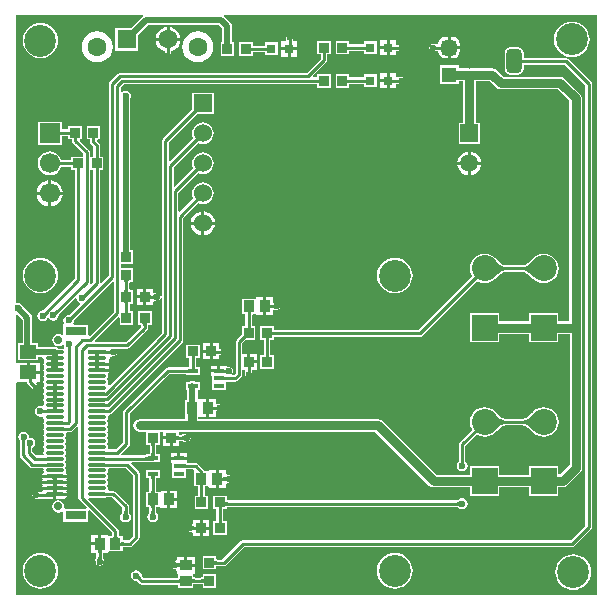
<source format=gtl>
G04*
G04 #@! TF.GenerationSoftware,Altium Limited,Altium Designer,19.1.7 (138)*
G04*
G04 Layer_Physical_Order=1*
G04 Layer_Color=255*
%FSLAX25Y25*%
%MOIN*%
G70*
G01*
G75*
%ADD10C,0.00984*%
%ADD11C,0.01000*%
%ADD16R,0.03347X0.01378*%
%ADD17R,0.05512X0.04528*%
%ADD18R,0.03150X0.03150*%
%ADD19R,0.03347X0.03347*%
%ADD20R,0.05118X0.05118*%
G04:AMPARAMS|DCode=21|XSize=51.18mil|YSize=51.18mil|CornerRadius=12.8mil|HoleSize=0mil|Usage=FLASHONLY|Rotation=180.000|XOffset=0mil|YOffset=0mil|HoleType=Round|Shape=RoundedRectangle|*
%AMROUNDEDRECTD21*
21,1,0.05118,0.02559,0,0,180.0*
21,1,0.02559,0.05118,0,0,180.0*
1,1,0.02559,-0.01280,0.01280*
1,1,0.02559,0.01280,0.01280*
1,1,0.02559,0.01280,-0.01280*
1,1,0.02559,-0.01280,-0.01280*
%
%ADD21ROUNDEDRECTD21*%
G04:AMPARAMS|DCode=22|XSize=51.18mil|YSize=78.74mil|CornerRadius=12.8mil|HoleSize=0mil|Usage=FLASHONLY|Rotation=180.000|XOffset=0mil|YOffset=0mil|HoleType=Round|Shape=RoundedRectangle|*
%AMROUNDEDRECTD22*
21,1,0.05118,0.05315,0,0,180.0*
21,1,0.02559,0.07874,0,0,180.0*
1,1,0.02559,-0.01280,0.02657*
1,1,0.02559,0.01280,0.02657*
1,1,0.02559,0.01280,-0.02657*
1,1,0.02559,-0.01280,-0.02657*
%
%ADD22ROUNDEDRECTD22*%
%ADD23R,0.03347X0.03347*%
%ADD24R,0.03543X0.03937*%
%ADD25R,0.03937X0.03543*%
%ADD26R,0.07087X0.03150*%
%ADD27R,0.06299X0.01181*%
%ADD28O,0.06299X0.01181*%
%ADD55C,0.02165*%
%ADD56C,0.02953*%
%ADD57C,0.01968*%
%ADD58R,0.06000X0.06000*%
%ADD59C,0.06000*%
%ADD60C,0.05906*%
%ADD61R,0.05906X0.05906*%
%ADD62R,0.06693X0.06693*%
%ADD63C,0.06693*%
%ADD64R,0.06299X0.06299*%
%ADD65C,0.06299*%
%ADD66C,0.10630*%
%ADD67R,0.08661X0.08661*%
%ADD68C,0.08661*%
%ADD69C,0.02756*%
%ADD70C,0.02362*%
G36*
X39291Y106695D02*
X39206Y106665D01*
X39131Y106615D01*
X39066Y106545D01*
X39011Y106455D01*
X38966Y106345D01*
X38931Y106215D01*
X38906Y106065D01*
X38891Y105895D01*
X38886Y105705D01*
X37886D01*
X37881Y105895D01*
X37866Y106065D01*
X37841Y106215D01*
X37806Y106345D01*
X37761Y106455D01*
X37706Y106545D01*
X37641Y106615D01*
X37566Y106665D01*
X37481Y106695D01*
X37386Y106705D01*
X39386D01*
X39291Y106695D01*
D02*
G37*
G36*
X27422Y106173D02*
X26640Y105391D01*
X26235Y105686D01*
X26320Y106112D01*
X26320Y106112D01*
Y143396D01*
X27422D01*
Y106173D01*
D02*
G37*
G36*
X38891Y103650D02*
X38906Y103478D01*
X38931Y103326D01*
X38966Y103195D01*
X39011Y103083D01*
X39066Y102992D01*
X39131Y102921D01*
X39206Y102871D01*
X39291Y102840D01*
X39386Y102830D01*
X37386D01*
X37481Y102840D01*
X37566Y102871D01*
X37641Y102921D01*
X37706Y102992D01*
X37761Y103083D01*
X37806Y103195D01*
X37841Y103326D01*
X37866Y103478D01*
X37881Y103650D01*
X37886Y103842D01*
X38886D01*
X38891Y103650D01*
D02*
G37*
G36*
X46258Y102007D02*
X46288Y101922D01*
X46338Y101847D01*
X46408Y101782D01*
X46498Y101727D01*
X46608Y101682D01*
X46738Y101647D01*
X46888Y101622D01*
X47058Y101607D01*
X47142Y101605D01*
X47160Y101605D01*
X47274Y101615D01*
X47383Y101632D01*
X47485Y101655D01*
X47581Y101684D01*
X47672Y101720D01*
X47757Y101762D01*
X47835Y101811D01*
X47908Y101867D01*
X47975Y101929D01*
Y100276D01*
X47908Y100338D01*
X47835Y100393D01*
X47757Y100442D01*
X47672Y100485D01*
X47581Y100521D01*
X47485Y100550D01*
X47383Y100573D01*
X47274Y100589D01*
X47160Y100599D01*
X47142Y100600D01*
X47058Y100597D01*
X46888Y100582D01*
X46738Y100557D01*
X46608Y100522D01*
X46498Y100477D01*
X46408Y100422D01*
X46338Y100357D01*
X46288Y100282D01*
X46258Y100197D01*
X46248Y100102D01*
Y102102D01*
X46258Y102007D01*
D02*
G37*
G36*
X39389Y99522D02*
X39304Y99491D01*
X39229Y99441D01*
X39164Y99370D01*
X39109Y99279D01*
X39064Y99168D01*
X39029Y99036D01*
X39004Y98884D01*
X38989Y98712D01*
X38984Y98520D01*
X37984D01*
X37979Y98712D01*
X37964Y98884D01*
X37939Y99036D01*
X37904Y99168D01*
X37859Y99279D01*
X37804Y99370D01*
X37739Y99441D01*
X37664Y99491D01*
X37579Y99522D01*
X37484Y99532D01*
X39484D01*
X39389Y99522D01*
D02*
G37*
G36*
X38989Y96563D02*
X39004Y96391D01*
X39029Y96240D01*
X39064Y96108D01*
X39109Y95997D01*
X39164Y95906D01*
X39229Y95835D01*
X39304Y95784D01*
X39389Y95754D01*
X39484Y95744D01*
X37484D01*
X37579Y95754D01*
X37664Y95784D01*
X37739Y95835D01*
X37804Y95906D01*
X37859Y95997D01*
X37904Y96108D01*
X37939Y96240D01*
X37964Y96391D01*
X37979Y96563D01*
X37984Y96756D01*
X38984D01*
X38989Y96563D01*
D02*
G37*
G36*
X45492Y92435D02*
X45407Y92405D01*
X45332Y92354D01*
X45267Y92283D01*
X45212Y92192D01*
X45167Y92081D01*
X45132Y91949D01*
X45107Y91798D01*
X45092Y91625D01*
X45087Y91433D01*
X44087D01*
X44082Y91625D01*
X44067Y91798D01*
X44042Y91949D01*
X44007Y92081D01*
X43962Y92192D01*
X43907Y92283D01*
X43842Y92354D01*
X43767Y92405D01*
X43682Y92435D01*
X43587Y92445D01*
X45587D01*
X45492Y92435D01*
D02*
G37*
G36*
X34312Y106011D02*
Y96134D01*
X26297Y88119D01*
X25797Y88326D01*
Y91939D01*
X21120D01*
X20853Y92439D01*
X20969Y92612D01*
X21107Y93307D01*
X21082Y93435D01*
X33850Y106203D01*
X34312Y106011D01*
D02*
G37*
G36*
X33408Y81850D02*
X33342Y81912D01*
X33269Y81968D01*
X33190Y82017D01*
X33105Y82060D01*
X33015Y82095D01*
X32918Y82125D01*
X32816Y82148D01*
X32708Y82164D01*
X32617Y82172D01*
X31918Y82127D01*
X31888Y82113D01*
X31878Y82099D01*
Y83256D01*
X31888Y83241D01*
X31918Y83227D01*
X31968Y83216D01*
X32038Y83205D01*
X32238Y83190D01*
X32615Y83182D01*
X32708Y83190D01*
X32816Y83207D01*
X32918Y83229D01*
X33015Y83259D01*
X33105Y83295D01*
X33190Y83337D01*
X33269Y83386D01*
X33342Y83442D01*
X33408Y83504D01*
Y81850D01*
D02*
G37*
G36*
X29245Y82106D02*
X29246Y82099D01*
X29740D01*
X29645Y82089D01*
X29560Y82059D01*
X29485Y82008D01*
X29420Y81938D01*
X29365Y81849D01*
X29320Y81739D01*
X29308Y81695D01*
X29320Y81651D01*
X29365Y81539D01*
X29420Y81448D01*
X29485Y81378D01*
X29560Y81327D01*
X29645Y81297D01*
X29740Y81287D01*
X29245D01*
X29240Y81099D01*
X28240D01*
X28235Y81287D01*
X27740D01*
X27835Y81297D01*
X27920Y81327D01*
X27995Y81378D01*
X28060Y81448D01*
X28115Y81539D01*
X28160Y81651D01*
X28172Y81695D01*
X28160Y81739D01*
X28115Y81849D01*
X28060Y81938D01*
X27995Y82008D01*
X27920Y82059D01*
X27835Y82089D01*
X27740Y82099D01*
X28234D01*
X28235Y82106D01*
X28240Y82298D01*
X29240D01*
X29245Y82106D01*
D02*
G37*
G36*
X15555Y80444D02*
X15577Y80131D01*
X15946D01*
X15871Y80117D01*
X15804Y80075D01*
X15744Y80006D01*
X15693Y79908D01*
X15650Y79783D01*
X15636Y79724D01*
X15650Y79666D01*
X15693Y79540D01*
X15744Y79443D01*
X15804Y79374D01*
X15871Y79332D01*
X15946Y79318D01*
X15574D01*
X15567Y79241D01*
X15551Y78740D01*
X15555Y78476D01*
X15577Y78162D01*
X15739D01*
X15703Y78150D01*
X15672Y78115D01*
X15643Y78056D01*
X15619Y77973D01*
X15606Y77905D01*
X15614Y77850D01*
X15650Y77697D01*
X15693Y77572D01*
X15744Y77475D01*
X15804Y77405D01*
X15871Y77363D01*
X15946Y77350D01*
X15558D01*
X15551Y76978D01*
X13583D01*
X13581Y77203D01*
X13571Y77350D01*
X13188D01*
X13263Y77363D01*
X13330Y77405D01*
X13389Y77475D01*
X13441Y77572D01*
X13484Y77697D01*
X13520Y77850D01*
X13528Y77905D01*
X13515Y77973D01*
X13490Y78056D01*
X13462Y78115D01*
X13430Y78150D01*
X13395Y78162D01*
X13560D01*
X13567Y78240D01*
X13583Y78740D01*
X13579Y79004D01*
X13556Y79318D01*
X13188D01*
X13263Y79332D01*
X13330Y79374D01*
X13389Y79443D01*
X13441Y79540D01*
X13484Y79666D01*
X13498Y79724D01*
X13484Y79783D01*
X13441Y79908D01*
X13389Y80006D01*
X13330Y80075D01*
X13263Y80117D01*
X13188Y80131D01*
X13560D01*
X13567Y80208D01*
X13583Y80709D01*
X15551D01*
X15555Y80444D01*
D02*
G37*
G36*
X15072Y72264D02*
X15073Y72257D01*
X15567D01*
X15472Y72247D01*
X15387Y72216D01*
X15312Y72166D01*
X15247Y72095D01*
X15192Y72004D01*
X15147Y71892D01*
X15136Y71850D01*
X15147Y71808D01*
X15192Y71697D01*
X15247Y71606D01*
X15312Y71535D01*
X15387Y71484D01*
X15472Y71454D01*
X15567Y71444D01*
X15073D01*
X15072Y71437D01*
X15067Y71245D01*
X14067D01*
X14062Y71437D01*
X14061Y71444D01*
X13567D01*
X13662Y71454D01*
X13747Y71484D01*
X13822Y71535D01*
X13887Y71606D01*
X13942Y71697D01*
X13987Y71808D01*
X13998Y71850D01*
X13987Y71892D01*
X13942Y72004D01*
X13887Y72095D01*
X13822Y72166D01*
X13747Y72216D01*
X13662Y72247D01*
X13567Y72257D01*
X14061D01*
X14062Y72264D01*
X14067Y72456D01*
X15067D01*
X15072Y72264D01*
D02*
G37*
G36*
Y70295D02*
X15073Y70288D01*
X15567D01*
X15472Y70278D01*
X15387Y70248D01*
X15312Y70197D01*
X15247Y70126D01*
X15192Y70035D01*
X15147Y69924D01*
X15136Y69882D01*
X15147Y69840D01*
X15192Y69728D01*
X15247Y69637D01*
X15312Y69567D01*
X15387Y69516D01*
X15472Y69486D01*
X15567Y69476D01*
X15073D01*
X15072Y69468D01*
X15067Y69276D01*
X14067D01*
X14062Y69468D01*
X14061Y69476D01*
X13567D01*
X13662Y69486D01*
X13747Y69516D01*
X13822Y69567D01*
X13887Y69637D01*
X13942Y69728D01*
X13987Y69840D01*
X13998Y69882D01*
X13987Y69924D01*
X13942Y70035D01*
X13887Y70126D01*
X13822Y70197D01*
X13747Y70248D01*
X13662Y70278D01*
X13567Y70288D01*
X14061D01*
X14062Y70295D01*
X14067Y70487D01*
X15067D01*
X15072Y70295D01*
D02*
G37*
G36*
Y68327D02*
X15073Y68320D01*
X15567D01*
X15472Y68310D01*
X15387Y68279D01*
X15312Y68229D01*
X15247Y68158D01*
X15192Y68067D01*
X15147Y67955D01*
X15136Y67913D01*
X15147Y67871D01*
X15192Y67760D01*
X15247Y67669D01*
X15312Y67598D01*
X15387Y67547D01*
X15472Y67517D01*
X15567Y67507D01*
X15073D01*
X15072Y67500D01*
X15067Y67308D01*
X14067D01*
X14062Y67500D01*
X14061Y67507D01*
X13567D01*
X13662Y67517D01*
X13747Y67547D01*
X13822Y67598D01*
X13887Y67669D01*
X13942Y67760D01*
X13987Y67871D01*
X13998Y67913D01*
X13987Y67955D01*
X13942Y68067D01*
X13887Y68158D01*
X13822Y68229D01*
X13747Y68279D01*
X13662Y68310D01*
X13567Y68320D01*
X14061D01*
X14062Y68327D01*
X14067Y68519D01*
X15067D01*
X15072Y68327D01*
D02*
G37*
G36*
Y66358D02*
X15073Y66351D01*
X15567D01*
X15472Y66341D01*
X15387Y66311D01*
X15312Y66260D01*
X15247Y66189D01*
X15192Y66098D01*
X15147Y65987D01*
X15136Y65945D01*
X15147Y65903D01*
X15192Y65791D01*
X15247Y65700D01*
X15312Y65630D01*
X15387Y65579D01*
X15472Y65549D01*
X15567Y65539D01*
X15073D01*
X15072Y65531D01*
X15067Y65339D01*
X14067D01*
X14062Y65531D01*
X14061Y65539D01*
X13567D01*
X13662Y65549D01*
X13747Y65579D01*
X13822Y65630D01*
X13887Y65700D01*
X13942Y65791D01*
X13987Y65903D01*
X13998Y65945D01*
X13987Y65987D01*
X13942Y66098D01*
X13887Y66189D01*
X13822Y66260D01*
X13747Y66311D01*
X13662Y66341D01*
X13567Y66351D01*
X14061D01*
X14062Y66358D01*
X14067Y66550D01*
X15067D01*
X15072Y66358D01*
D02*
G37*
G36*
X44026Y195219D02*
X44164Y194719D01*
X43760Y194449D01*
X40048Y190737D01*
X34833D01*
Y183238D01*
X42332D01*
Y188452D01*
X45572Y191692D01*
X69410D01*
X70432Y190670D01*
Y186092D01*
X69872D01*
Y181546D01*
X74419D01*
Y186092D01*
X73663D01*
Y191339D01*
X73540Y191957D01*
X73189Y192481D01*
X71221Y194449D01*
X70817Y194719D01*
X70955Y195219D01*
X195219Y195219D01*
X195219Y1631D01*
X1631Y1631D01*
X1631Y72520D01*
X2131Y72701D01*
X5262D01*
X5336Y72333D01*
X5579Y71969D01*
X7475Y70073D01*
X7839Y69830D01*
X8268Y69745D01*
X8697Y69830D01*
X9061Y70073D01*
X9304Y70437D01*
X9389Y70866D01*
X9304Y71295D01*
X9061Y71659D01*
X8480Y72240D01*
X8672Y72701D01*
X9568D01*
Y75465D01*
X5812D01*
Y75965D01*
X5312D01*
Y79229D01*
X2131D01*
X2056Y79229D01*
X1631Y79410D01*
Y95084D01*
X2131Y95291D01*
X3897Y93526D01*
Y85719D01*
X2456D01*
Y79991D01*
X9168D01*
Y81209D01*
X10384D01*
X10794Y80709D01*
X10794Y80709D01*
X10886Y80244D01*
X11150Y79850D01*
Y79598D01*
X10886Y79205D01*
X10794Y78740D01*
X10886Y78276D01*
X11150Y77882D01*
Y77630D01*
X10886Y77236D01*
X10794Y76772D01*
X10886Y76307D01*
X11150Y75913D01*
Y75661D01*
X10886Y75268D01*
X10794Y74803D01*
X10886Y74339D01*
X11150Y73945D01*
Y73693D01*
X10886Y73299D01*
X10794Y72835D01*
X10886Y72370D01*
X11150Y71976D01*
Y71724D01*
X10886Y71331D01*
X10794Y70866D01*
X10886Y70402D01*
X11150Y70008D01*
Y69756D01*
X10886Y69362D01*
X10794Y68898D01*
X10886Y68433D01*
X11150Y68039D01*
Y67787D01*
X10886Y67394D01*
X10794Y66929D01*
X10886Y66465D01*
X11150Y66071D01*
Y65819D01*
X10886Y65425D01*
X10818Y65083D01*
X10700Y64910D01*
X10334Y64710D01*
X9843Y64808D01*
X9148Y64670D01*
X8558Y64276D01*
X8165Y63687D01*
X8027Y62992D01*
X8165Y62297D01*
X8558Y61708D01*
X9148Y61314D01*
X9843Y61176D01*
X10334Y61274D01*
X10700Y61075D01*
X10818Y60901D01*
X10886Y60559D01*
X11150Y60165D01*
Y59913D01*
X10886Y59520D01*
X10794Y59055D01*
X10886Y58591D01*
X11150Y58197D01*
Y57945D01*
X10886Y57551D01*
X10794Y57087D01*
X10886Y56622D01*
X11150Y56228D01*
Y55976D01*
X10886Y55583D01*
X10794Y55118D01*
X10886Y54654D01*
X11150Y54260D01*
Y54008D01*
X10886Y53614D01*
X10794Y53150D01*
X10886Y52685D01*
X11150Y52291D01*
Y52039D01*
X10886Y51646D01*
X10794Y51181D01*
X10886Y50717D01*
X11150Y50323D01*
Y50071D01*
X10886Y49677D01*
X10794Y49213D01*
X10865Y48858D01*
X10592Y48358D01*
X8335D01*
X7019Y49674D01*
Y50701D01*
X7583Y51078D01*
X7977Y51667D01*
X8115Y52362D01*
X7977Y53057D01*
X7583Y53646D01*
X6994Y54040D01*
X6468Y54145D01*
X6185Y54342D01*
X5987Y54626D01*
X5882Y55152D01*
X5489Y55741D01*
X4900Y56135D01*
X4205Y56273D01*
X3510Y56135D01*
X2921Y55741D01*
X2527Y55152D01*
X2389Y54457D01*
X2527Y53762D01*
X2912Y53185D01*
Y48308D01*
X2997Y47882D01*
X3239Y47521D01*
X6271Y44488D01*
X6633Y44247D01*
X7059Y44162D01*
X10592D01*
X10865Y43662D01*
X10794Y43307D01*
X10886Y42843D01*
X11044Y42607D01*
X10861Y42485D01*
X10510Y41959D01*
X10486Y41839D01*
X18648D01*
X18624Y41959D01*
X18273Y42485D01*
X18090Y42607D01*
X18248Y42843D01*
X18340Y43307D01*
X18248Y43772D01*
X17984Y44165D01*
Y44417D01*
X18248Y44811D01*
X18340Y45276D01*
X18248Y45740D01*
X17984Y46134D01*
Y46386D01*
X18248Y46780D01*
X18340Y47244D01*
X18248Y47709D01*
X17984Y48102D01*
Y48354D01*
X18248Y48748D01*
X18340Y49213D01*
X18248Y49677D01*
X17984Y50071D01*
Y50323D01*
X18248Y50717D01*
X18340Y51181D01*
X18248Y51646D01*
X17984Y52039D01*
Y52291D01*
X18248Y52685D01*
X18340Y53150D01*
X18248Y53614D01*
X17984Y54008D01*
Y54260D01*
X18248Y54654D01*
X18340Y55118D01*
X18270Y55468D01*
X18272Y55498D01*
X18417Y55838D01*
X18481Y55911D01*
X18574Y55995D01*
X18583Y56000D01*
X19523D01*
X19523Y56000D01*
X19952Y56085D01*
X20316Y56328D01*
X22001Y58013D01*
X22501Y57806D01*
Y34262D01*
X22501Y34261D01*
X22586Y33832D01*
X22829Y33468D01*
X25314Y30983D01*
X25123Y30521D01*
X18120D01*
X17709Y31021D01*
X17765Y31299D01*
X17611Y32071D01*
X17174Y32725D01*
X16520Y33162D01*
X15748Y33316D01*
X14976Y33162D01*
X14322Y32725D01*
X13885Y32071D01*
X13731Y31299D01*
X13885Y30527D01*
X14322Y29873D01*
X14976Y29436D01*
X15748Y29283D01*
X16520Y29436D01*
X17010Y29764D01*
X17510Y29545D01*
Y26172D01*
X25797D01*
Y29847D01*
X26259Y30039D01*
X33721Y22576D01*
Y21941D01*
X33719Y21929D01*
X33693Y21871D01*
X33690Y21758D01*
X33641Y21466D01*
X32541Y21466D01*
X32299Y21866D01*
X32229Y21866D01*
X32229Y21866D01*
X30028D01*
Y18898D01*
X29528D01*
Y18398D01*
X26756D01*
Y15929D01*
X28378D01*
X28378Y15924D01*
X28406Y15862D01*
Y14555D01*
X28378Y14493D01*
X28376Y14392D01*
X28369Y14318D01*
X28359Y14252D01*
X28347Y14197D01*
X28332Y14149D01*
X28317Y14109D01*
X28300Y14077D01*
X28283Y14049D01*
X28265Y14026D01*
X28224Y13982D01*
X28142Y13759D01*
X28051Y13540D01*
X28056Y13528D01*
X28052Y13516D01*
X28151Y13300D01*
X28242Y13081D01*
X28254Y13076D01*
X28259Y13064D01*
X28262Y13063D01*
X28406Y13010D01*
Y12697D01*
X28491Y12268D01*
X28734Y11904D01*
X29098Y11661D01*
X29528Y11575D01*
X29957Y11661D01*
X30321Y11904D01*
X30564Y12268D01*
X30649Y12697D01*
Y13010D01*
X30793Y13063D01*
X30796Y13064D01*
X30801Y13076D01*
X30814Y13081D01*
X30904Y13300D01*
X31003Y13516D01*
X31003Y13517D01*
X30999Y13528D01*
X31004Y13540D01*
X30913Y13759D01*
X30831Y13982D01*
X30790Y14026D01*
X30772Y14049D01*
X30755Y14077D01*
X30738Y14110D01*
X30723Y14149D01*
X30708Y14197D01*
X30696Y14253D01*
X30686Y14318D01*
X30680Y14392D01*
X30677Y14493D01*
X30649Y14555D01*
Y15862D01*
X30677Y15924D01*
X30677Y15929D01*
X32229D01*
X32229Y15929D01*
X32299D01*
X32541Y16329D01*
X32799Y16329D01*
X37214D01*
Y17715D01*
X37223Y17717D01*
X37319Y17733D01*
X37447Y17744D01*
X37619Y17748D01*
X37681Y17776D01*
X39691D01*
X39691Y17776D01*
X40120Y17862D01*
X40484Y18105D01*
X42606Y20227D01*
X42606Y20227D01*
X42849Y20591D01*
X42935Y21020D01*
X42935Y21020D01*
Y42242D01*
X42849Y42671D01*
X42606Y43035D01*
X42606Y43035D01*
X40019Y45623D01*
X40226Y46123D01*
X44605D01*
X44668Y46095D01*
X45069Y46087D01*
Y46053D01*
X45518D01*
X45555Y46028D01*
X45620Y46041D01*
X45681Y46016D01*
X45772Y46053D01*
X49616D01*
Y48632D01*
X48526D01*
X48523Y48640D01*
X48507Y48736D01*
X48496Y48864D01*
X48492Y49036D01*
X48464Y49099D01*
Y51410D01*
X48492Y51473D01*
X48496Y51645D01*
X48507Y51773D01*
X48523Y51869D01*
X48526Y51877D01*
X49616D01*
Y56206D01*
X50772D01*
Y54651D01*
X53445D01*
Y54151D01*
X53945D01*
Y51477D01*
X56118D01*
Y53001D01*
X56123Y53001D01*
X56185Y53029D01*
X56902D01*
X56963Y53001D01*
X57064Y52999D01*
X57139Y52992D01*
X57204Y52982D01*
X57260Y52970D01*
X57307Y52956D01*
X57347Y52940D01*
X57380Y52923D01*
X57407Y52906D01*
X57431Y52888D01*
X57475Y52847D01*
X57697Y52765D01*
X57914Y52675D01*
X57916Y52674D01*
X57929Y52680D01*
X57941Y52675D01*
X58157Y52774D01*
X58376Y52865D01*
X58381Y52877D01*
X58393Y52882D01*
X58394Y52885D01*
X58447Y53029D01*
X58760D01*
X59189Y53114D01*
X59553Y53357D01*
X59796Y53721D01*
X59881Y54151D01*
X59796Y54580D01*
X59553Y54944D01*
X59189Y55187D01*
X58760Y55272D01*
X58447D01*
X58394Y55416D01*
X58393Y55419D01*
X58381Y55424D01*
X58376Y55437D01*
X58157Y55527D01*
X57941Y55626D01*
X57939Y55626D01*
X57929Y55622D01*
X57916Y55627D01*
X57697Y55536D01*
X57475Y55454D01*
X57431Y55413D01*
X57407Y55395D01*
X57380Y55378D01*
X57347Y55361D01*
X57307Y55346D01*
X57260Y55331D01*
X57204Y55319D01*
X57139Y55309D01*
X57064Y55303D01*
X56963Y55300D01*
X56902Y55272D01*
X56185D01*
X56123Y55300D01*
X56118Y55300D01*
Y56206D01*
X60236D01*
X60239Y56206D01*
X121508D01*
X139448Y38267D01*
X140135Y37808D01*
X140945Y37647D01*
X152943D01*
Y34833D01*
X162805D01*
Y37647D01*
X172628D01*
Y34833D01*
X182490D01*
Y37714D01*
X183858D01*
X184668Y37876D01*
X185355Y38334D01*
X189805Y42785D01*
X190264Y43471D01*
X190425Y44282D01*
X190425Y44282D01*
Y90945D01*
X190306Y91545D01*
Y167323D01*
X190145Y168133D01*
X189686Y168820D01*
X184568Y173938D01*
X183881Y174397D01*
X183071Y174558D01*
X164073D01*
X161937Y176694D01*
X161250Y177153D01*
X160440Y177314D01*
X153150D01*
X152953Y177275D01*
X152756Y177314D01*
X149222D01*
Y178356D01*
X142904D01*
Y172038D01*
X149222D01*
Y173080D01*
X150639D01*
Y159222D01*
X149203D01*
Y152117D01*
X156309D01*
Y159222D01*
X154873D01*
Y173080D01*
X159563D01*
X161699Y170944D01*
X161699Y170944D01*
X162386Y170485D01*
X163196Y170324D01*
X163196Y170324D01*
X182194D01*
X186072Y166446D01*
Y93062D01*
X182490D01*
Y95876D01*
X172628D01*
Y93062D01*
X162805D01*
Y95876D01*
X152943D01*
Y86014D01*
X162805D01*
Y88828D01*
X172628D01*
Y86014D01*
X182490D01*
Y88828D01*
X186191D01*
Y45158D01*
X182990Y41957D01*
X182490Y41969D01*
Y44694D01*
X172628D01*
Y41881D01*
X162805D01*
Y44694D01*
X152943D01*
Y41881D01*
X141822D01*
X123882Y59820D01*
X123195Y60279D01*
X122385Y60441D01*
X62353D01*
Y61106D01*
X62853Y61246D01*
X62878Y61205D01*
X62948Y61205D01*
X62948Y61205D01*
X65150D01*
Y64173D01*
Y67142D01*
X62948D01*
X62948Y67142D01*
X62878D01*
X62829Y67061D01*
X62260Y67034D01*
X62198Y67095D01*
Y70168D01*
X62903D01*
Y72746D01*
X61582D01*
X61139Y73042D01*
X60482Y73172D01*
X59826Y73042D01*
X59383Y72746D01*
X58357D01*
Y70168D01*
X58767D01*
Y66742D01*
X57963D01*
Y61605D01*
X58119D01*
Y60440D01*
X42913D01*
X42103Y60279D01*
X41416Y59820D01*
X40957Y59133D01*
X40796Y58323D01*
X40957Y57513D01*
X41416Y56826D01*
X42103Y56367D01*
X42913Y56206D01*
X45069D01*
Y51877D01*
X46160D01*
X46162Y51869D01*
X46178Y51773D01*
X46189Y51645D01*
X46193Y51473D01*
X46221Y51410D01*
Y49099D01*
X46193Y49036D01*
X46191Y48941D01*
X45903Y48731D01*
X45793Y48684D01*
X45681Y48669D01*
X45591Y48632D01*
X45069D01*
Y48412D01*
X44844Y48396D01*
X44672Y48393D01*
X44607Y48366D01*
X36879D01*
X36672Y48866D01*
X39277Y51471D01*
X39520Y51835D01*
X39606Y52264D01*
X39606Y52264D01*
Y62267D01*
X52792Y75453D01*
X58357D01*
Y75286D01*
X62903D01*
Y77864D01*
X61752D01*
Y80699D01*
X63002D01*
Y85246D01*
X58455D01*
Y80699D01*
X59508D01*
Y77864D01*
X58357D01*
Y77696D01*
X52328D01*
X51898Y77611D01*
X51534Y77368D01*
X51534Y77368D01*
X37691Y63525D01*
X37448Y63161D01*
X37363Y62731D01*
X37363Y62731D01*
Y52728D01*
X34969Y50334D01*
X32721D01*
X32444Y50834D01*
X32513Y51181D01*
X32421Y51646D01*
X32157Y52039D01*
Y52291D01*
X32421Y52685D01*
X32513Y53150D01*
X32421Y53614D01*
X32157Y54008D01*
Y54260D01*
X32421Y54654D01*
X32513Y55118D01*
X32421Y55583D01*
X32157Y55976D01*
Y56228D01*
X32421Y56622D01*
X32513Y57087D01*
X32421Y57551D01*
X32157Y57945D01*
Y58197D01*
X32421Y58591D01*
X32513Y59055D01*
X32421Y59520D01*
X32157Y59913D01*
Y60165D01*
X32421Y60559D01*
X32513Y61024D01*
X32437Y61405D01*
X32536Y61649D01*
X32731Y61923D01*
X33068Y61990D01*
X33432Y62234D01*
X57087Y85888D01*
X57087Y85888D01*
X57330Y86252D01*
X57415Y86682D01*
X57415Y86682D01*
Y127491D01*
X62374Y132449D01*
X63068Y132162D01*
X64008Y132038D01*
X64948Y132162D01*
X65823Y132525D01*
X66575Y133102D01*
X67153Y133854D01*
X67515Y134730D01*
X67639Y135669D01*
X67515Y136609D01*
X67153Y137485D01*
X66575Y138237D01*
X65823Y138814D01*
X64948Y139177D01*
X64008Y139300D01*
X63068Y139177D01*
X62192Y138814D01*
X61440Y138237D01*
X60863Y137485D01*
X60501Y136609D01*
X60377Y135669D01*
X60501Y134730D01*
X60788Y134036D01*
X56277Y129525D01*
X55815Y129716D01*
Y135891D01*
X62374Y142449D01*
X63068Y142162D01*
X64008Y142038D01*
X64948Y142162D01*
X65823Y142525D01*
X66575Y143102D01*
X67153Y143854D01*
X67515Y144729D01*
X67639Y145669D01*
X67515Y146609D01*
X67153Y147485D01*
X66575Y148237D01*
X65823Y148814D01*
X64948Y149177D01*
X64008Y149300D01*
X63068Y149177D01*
X62192Y148814D01*
X61440Y148237D01*
X60863Y147485D01*
X60501Y146609D01*
X60377Y145669D01*
X60501Y144729D01*
X60788Y144035D01*
X54677Y137925D01*
X54215Y138116D01*
Y144291D01*
X62374Y152449D01*
X63068Y152162D01*
X64008Y152038D01*
X64948Y152162D01*
X65823Y152525D01*
X66575Y153102D01*
X67153Y153854D01*
X67515Y154729D01*
X67639Y155669D01*
X67515Y156609D01*
X67153Y157485D01*
X66575Y158237D01*
X65823Y158814D01*
X64948Y159177D01*
X64008Y159300D01*
X63068Y159177D01*
X62192Y158814D01*
X61440Y158237D01*
X60863Y157485D01*
X60501Y156609D01*
X60377Y155669D01*
X60501Y154729D01*
X60788Y154035D01*
X53077Y146325D01*
X52615Y146516D01*
Y152691D01*
X61994Y162069D01*
X67608D01*
Y169269D01*
X60408D01*
Y163655D01*
X50701Y153948D01*
X50458Y153584D01*
X50372Y153155D01*
X50372Y153155D01*
Y101495D01*
X49872Y101446D01*
X49855Y101532D01*
X49612Y101895D01*
X49248Y102138D01*
X48819Y102224D01*
X48506D01*
X48452Y102370D01*
X48440Y102376D01*
X48435Y102388D01*
X48215Y102479D01*
X48000Y102578D01*
X47988Y102573D01*
X47975Y102578D01*
X47756Y102488D01*
X47278Y102770D01*
X47260Y102796D01*
Y103854D01*
X45087D01*
Y101181D01*
Y98508D01*
X47260D01*
Y99408D01*
X47278Y99434D01*
X47756Y99717D01*
X47975Y99626D01*
X47988Y99631D01*
X48000Y99626D01*
X48215Y99726D01*
X48435Y99816D01*
X48440Y99828D01*
X48452Y99834D01*
X48506Y99981D01*
X48819D01*
X49248Y100066D01*
X49612Y100309D01*
X49855Y100673D01*
X49872Y100759D01*
X50372Y100710D01*
Y89134D01*
X32945Y71707D01*
X32419Y71797D01*
X32280Y72160D01*
X32421Y72370D01*
X32513Y72835D01*
X32421Y73299D01*
X32157Y73693D01*
Y73945D01*
X32421Y74339D01*
X32513Y74803D01*
X32421Y75268D01*
X32263Y75503D01*
X32446Y75625D01*
X32798Y76151D01*
X32821Y76272D01*
X28740D01*
Y77150D01*
X28240D01*
X28235Y77342D01*
X28234Y77350D01*
X27740D01*
X27835Y77360D01*
X27920Y77390D01*
X27995Y77441D01*
X28060Y77511D01*
X28115Y77602D01*
X28160Y77714D01*
X28171Y77756D01*
X28160Y77798D01*
X28115Y77909D01*
X28060Y78000D01*
X27995Y78071D01*
X27920Y78122D01*
X27835Y78152D01*
X27740Y78162D01*
X28234D01*
X28235Y78169D01*
X28240Y78361D01*
X28740D01*
Y79119D01*
X28240D01*
X28235Y79311D01*
X28234Y79318D01*
X27740D01*
X27835Y79328D01*
X27920Y79358D01*
X27995Y79409D01*
X28060Y79480D01*
X28115Y79571D01*
X28160Y79682D01*
X28171Y79724D01*
X28160Y79766D01*
X28115Y79878D01*
X28060Y79969D01*
X27995Y80040D01*
X27920Y80090D01*
X27835Y80121D01*
X27740Y80131D01*
X28234D01*
X28235Y80138D01*
X28240Y80330D01*
X29240D01*
X29245Y80138D01*
X29246Y80131D01*
X29740D01*
X29645Y80121D01*
X29560Y80090D01*
X29485Y80040D01*
X29420Y79969D01*
X29365Y79878D01*
X29320Y79766D01*
X29309Y79724D01*
X29320Y79682D01*
X29365Y79571D01*
X29420Y79480D01*
X29485Y79409D01*
X29560Y79358D01*
X29645Y79328D01*
X29740Y79318D01*
X29246D01*
X29245Y79311D01*
X29243Y79240D01*
X32821D01*
X32798Y79361D01*
X32555Y79724D01*
X32798Y80088D01*
X32921Y80709D01*
X32889Y80870D01*
X33028Y81064D01*
X33151Y81150D01*
X33390Y81209D01*
X33406Y81202D01*
X33408Y81201D01*
X33421Y81206D01*
X33433Y81201D01*
X33648Y81300D01*
X33868Y81391D01*
X33873Y81403D01*
X33885Y81409D01*
X33939Y81556D01*
X34252D01*
X34681Y81641D01*
X35045Y81884D01*
X35288Y82248D01*
X35373Y82677D01*
X35288Y83106D01*
X35080Y83418D01*
X35140Y83655D01*
X35275Y83918D01*
X38780D01*
X38780Y83918D01*
X39209Y84003D01*
X39573Y84246D01*
X45084Y89758D01*
X45084Y89758D01*
X45235Y89984D01*
X45380Y90128D01*
X45380Y90128D01*
X45623Y90492D01*
X45708Y90921D01*
X45708Y90921D01*
Y91354D01*
X45736Y91416D01*
X45740Y91589D01*
X45751Y91716D01*
X45767Y91813D01*
X45770Y91821D01*
X46860D01*
Y96368D01*
X42313D01*
Y91821D01*
X43315D01*
X43444Y91338D01*
X43348Y91194D01*
X38315Y86161D01*
X28164D01*
X27973Y86623D01*
X35749Y94399D01*
X36211Y94208D01*
Y91821D01*
X40758D01*
Y96368D01*
X39667D01*
X39665Y96376D01*
X39649Y96473D01*
X39638Y96600D01*
X39634Y96773D01*
X39606Y96835D01*
Y98441D01*
X39634Y98503D01*
X39638Y98675D01*
X39649Y98803D01*
X39665Y98899D01*
X39667Y98908D01*
X40758D01*
Y103454D01*
X39569D01*
X39566Y103463D01*
X39551Y103559D01*
X39540Y103687D01*
X39535Y103859D01*
X39507Y103921D01*
Y105626D01*
X39535Y105688D01*
X39540Y105858D01*
X39551Y105983D01*
X39566Y106077D01*
X39571Y106093D01*
X40659D01*
Y110639D01*
X36555D01*
Y112195D01*
X40659D01*
Y116742D01*
X39804D01*
Y167322D01*
X39867Y167415D01*
X40005Y168110D01*
X39867Y168805D01*
X39473Y169394D01*
X38884Y169788D01*
X38189Y169926D01*
X37494Y169788D01*
X37055Y169494D01*
X36555Y169702D01*
Y171069D01*
X37593Y172107D01*
X102111D01*
Y170955D01*
X106658D01*
Y175502D01*
X102111D01*
Y174350D01*
X100882D01*
X100691Y174812D01*
X105178Y179299D01*
X105178Y179299D01*
X105421Y179663D01*
X105506Y180092D01*
X105506Y180092D01*
Y181958D01*
X106658D01*
Y186504D01*
X102111D01*
Y181958D01*
X103263D01*
Y180556D01*
X98657Y175950D01*
X36466D01*
X36036Y175865D01*
X35673Y175621D01*
X35673Y175621D01*
X33040Y172989D01*
X32797Y172625D01*
X32711Y172196D01*
X32711Y172196D01*
Y108237D01*
X30152Y105677D01*
X29665Y105897D01*
Y143396D01*
X30817D01*
Y147942D01*
X29665D01*
Y151772D01*
X29665Y151772D01*
X29579Y152201D01*
X29336Y152565D01*
X29336Y152565D01*
X28769Y153132D01*
X28976Y153632D01*
X29734D01*
Y158179D01*
X25187D01*
Y153632D01*
X26339D01*
Y152854D01*
X26339Y152854D01*
X26425Y152425D01*
X26668Y152061D01*
X27422Y151307D01*
Y147942D01*
X26320D01*
Y149299D01*
X26320Y149300D01*
X26235Y149726D01*
X25994Y150087D01*
X25994Y150087D01*
X22948Y153132D01*
X23155Y153632D01*
X23631D01*
Y158179D01*
X19085D01*
Y157019D01*
X16883D01*
Y159616D01*
X8991D01*
Y151723D01*
X16883D01*
Y154792D01*
X19085D01*
Y153632D01*
X20245D01*
Y153147D01*
X20330Y152721D01*
X20571Y152360D01*
X24093Y148838D01*
Y147942D01*
X20168D01*
Y146783D01*
X16747D01*
X16384Y147660D01*
X15752Y148484D01*
X14927Y149117D01*
X13967Y149514D01*
X12937Y149650D01*
X11907Y149514D01*
X10947Y149117D01*
X10122Y148484D01*
X9490Y147660D01*
X9092Y146700D01*
X8956Y145669D01*
X9092Y144639D01*
X9490Y143679D01*
X10122Y142855D01*
X10947Y142222D01*
X11907Y141824D01*
X12937Y141689D01*
X13967Y141824D01*
X14927Y142222D01*
X15752Y142855D01*
X16384Y143679D01*
X16747Y144556D01*
X20168D01*
Y143396D01*
X21327D01*
Y107154D01*
X10831Y96658D01*
X10630Y96698D01*
X9935Y96560D01*
X9346Y96166D01*
X8952Y95577D01*
X8814Y94882D01*
X8952Y94187D01*
X9346Y93598D01*
X9935Y93204D01*
X10630Y93066D01*
X11325Y93204D01*
X11914Y93598D01*
X12167Y93976D01*
X12741Y94012D01*
X12745Y94010D01*
X12889Y93795D01*
X13478Y93401D01*
X14173Y93263D01*
X14868Y93401D01*
X15457Y93795D01*
X15851Y94384D01*
X15989Y95079D01*
X15949Y95280D01*
X21323Y100654D01*
X21865Y100489D01*
X21944Y100092D01*
X22338Y99503D01*
X22897Y99130D01*
X22973Y99046D01*
X23100Y98626D01*
X19547Y95072D01*
X19291Y95123D01*
X18596Y94985D01*
X18007Y94591D01*
X17614Y94002D01*
X17475Y93307D01*
X17614Y92612D01*
X17730Y92439D01*
X17510Y91939D01*
X17510D01*
Y88565D01*
X17010Y88346D01*
X16520Y88674D01*
X15748Y88828D01*
X14976Y88674D01*
X14322Y88237D01*
X13885Y87583D01*
X13731Y86811D01*
X13885Y86039D01*
X14322Y85385D01*
X14976Y84948D01*
X15748Y84794D01*
X16520Y84948D01*
X16998Y85268D01*
X17501Y85115D01*
X17546Y85078D01*
X17614Y84738D01*
X17838Y84402D01*
X17808Y84226D01*
X17797Y84206D01*
X17246Y83867D01*
X17126Y83891D01*
X15637D01*
X15561Y83967D01*
X15037Y84317D01*
X14419Y84440D01*
X9168D01*
Y85719D01*
X7127D01*
Y94195D01*
X7004Y94813D01*
X6654Y95337D01*
X4087Y97904D01*
X4065Y98014D01*
X3672Y98603D01*
X3082Y98997D01*
X2387Y99135D01*
X2131Y99085D01*
X1631Y99495D01*
X1631Y195219D01*
X44026D01*
D02*
G37*
G36*
X15072Y64390D02*
X15087Y64218D01*
X15112Y64066D01*
X15147Y63934D01*
X15192Y63823D01*
X15247Y63732D01*
X15312Y63661D01*
X15387Y63610D01*
X15472Y63580D01*
X15567Y63570D01*
X13567D01*
X13662Y63580D01*
X13747Y63610D01*
X13822Y63661D01*
X13887Y63732D01*
X13942Y63823D01*
X13987Y63934D01*
X14022Y64066D01*
X14047Y64218D01*
X14062Y64390D01*
X14067Y64582D01*
X15067D01*
X15072Y64390D01*
D02*
G37*
G36*
X17365Y57630D02*
X17397Y57628D01*
X18367Y57621D01*
X18471Y56621D01*
X18280Y56620D01*
X17435Y56570D01*
X17384Y56557D01*
X17352Y56542D01*
Y57632D01*
X17365Y57630D01*
D02*
G37*
G36*
X57916Y53324D02*
X57849Y53386D01*
X57776Y53442D01*
X57698Y53491D01*
X57613Y53533D01*
X57522Y53569D01*
X57426Y53598D01*
X57324Y53621D01*
X57215Y53637D01*
X57101Y53647D01*
X56981Y53651D01*
Y54651D01*
X57101Y54654D01*
X57215Y54664D01*
X57324Y54680D01*
X57426Y54703D01*
X57522Y54732D01*
X57613Y54768D01*
X57698Y54811D01*
X57776Y54860D01*
X57849Y54915D01*
X57916Y54977D01*
Y53324D01*
D02*
G37*
G36*
X55104Y55056D02*
X55135Y54971D01*
X55185Y54896D01*
X55256Y54831D01*
X55347Y54776D01*
X55458Y54731D01*
X55590Y54696D01*
X55742Y54671D01*
X55914Y54656D01*
X56106Y54651D01*
Y53651D01*
X55914Y53646D01*
X55742Y53631D01*
X55590Y53606D01*
X55458Y53571D01*
X55347Y53526D01*
X55256Y53471D01*
X55185Y53406D01*
X55135Y53331D01*
X55104Y53246D01*
X55094Y53151D01*
Y55151D01*
X55104Y55056D01*
D02*
G37*
G36*
X48248Y52491D02*
X48162Y52461D01*
X48087Y52410D01*
X48022Y52339D01*
X47967Y52248D01*
X47923Y52137D01*
X47888Y52005D01*
X47862Y51854D01*
X47848Y51682D01*
X47842Y51489D01*
X46843D01*
X46837Y51682D01*
X46823Y51854D01*
X46797Y52005D01*
X46762Y52137D01*
X46718Y52248D01*
X46663Y52339D01*
X46597Y52410D01*
X46523Y52461D01*
X46437Y52491D01*
X46343Y52501D01*
X48342D01*
X48248Y52491D01*
D02*
G37*
G36*
X47848Y48827D02*
X47862Y48655D01*
X47888Y48503D01*
X47923Y48372D01*
X47967Y48261D01*
X48022Y48169D01*
X48087Y48099D01*
X48162Y48048D01*
X48248Y48018D01*
X48342Y48008D01*
X46343D01*
X46437Y48018D01*
X46523Y48048D01*
X46597Y48099D01*
X46663Y48169D01*
X46718Y48261D01*
X46762Y48372D01*
X46797Y48503D01*
X46823Y48655D01*
X46837Y48827D01*
X46843Y49020D01*
X47842D01*
X47848Y48827D01*
D02*
G37*
G36*
X45681Y46665D02*
X45671Y46681D01*
X45641Y46694D01*
X45591Y46706D01*
X45521Y46716D01*
X45321Y46731D01*
X44681Y46744D01*
Y47744D01*
X44871Y47747D01*
X45191Y47769D01*
X45321Y47788D01*
X45431Y47813D01*
X45521Y47843D01*
X45591Y47879D01*
X45641Y47920D01*
X45671Y47967D01*
X45681Y48019D01*
Y46665D01*
D02*
G37*
G36*
X38692Y29512D02*
X38702Y29398D01*
X38718Y29289D01*
X38741Y29187D01*
X38771Y29091D01*
X38807Y29000D01*
X38849Y28915D01*
X38898Y28837D01*
X38954Y28764D01*
X39016Y28697D01*
X37362D01*
X37424Y28764D01*
X37480Y28837D01*
X37529Y28915D01*
X37571Y29000D01*
X37607Y29091D01*
X37637Y29187D01*
X37660Y29289D01*
X37676Y29398D01*
X37686Y29512D01*
X37689Y29632D01*
X38689D01*
X38692Y29512D01*
D02*
G37*
G36*
X40692Y41777D02*
Y21485D01*
X39226Y20019D01*
X37681D01*
X37619Y20047D01*
X37447Y20051D01*
X37319Y20063D01*
X37223Y20078D01*
X37214Y20081D01*
Y21466D01*
X36026D01*
X36023Y21475D01*
X36007Y21571D01*
X35996Y21699D01*
X35992Y21871D01*
X35964Y21933D01*
Y23041D01*
X35964Y23041D01*
X35879Y23470D01*
X35636Y23834D01*
X25656Y33814D01*
X25902Y34275D01*
X26181Y34219D01*
X31299D01*
X31763Y34312D01*
X33590D01*
X37067Y30835D01*
Y29711D01*
X37040Y29650D01*
X37037Y29548D01*
X37031Y29474D01*
X37021Y29409D01*
X37008Y29353D01*
X36994Y29305D01*
X36978Y29266D01*
X36962Y29233D01*
X36945Y29206D01*
X36927Y29182D01*
X36886Y29138D01*
X36862Y29072D01*
X36511Y28548D01*
X36373Y27853D01*
X36511Y27158D01*
X36905Y26569D01*
X37494Y26175D01*
X38189Y26037D01*
X38884Y26175D01*
X39473Y26569D01*
X39867Y27158D01*
X40005Y27853D01*
X39867Y28548D01*
X39516Y29072D01*
X39492Y29138D01*
X39451Y29182D01*
X39433Y29206D01*
X39416Y29233D01*
X39400Y29266D01*
X39384Y29305D01*
X39370Y29353D01*
X39357Y29409D01*
X39347Y29474D01*
X39341Y29548D01*
X39338Y29650D01*
X39311Y29711D01*
Y31299D01*
X39311Y31299D01*
X39225Y31728D01*
X38982Y32092D01*
X34848Y36226D01*
X34484Y36469D01*
X34055Y36555D01*
X34055Y36555D01*
X32721D01*
X32444Y37055D01*
X32513Y37402D01*
X32421Y37866D01*
X32157Y38260D01*
Y38512D01*
X32421Y38906D01*
X32513Y39370D01*
X32421Y39835D01*
X32157Y40228D01*
Y40480D01*
X32421Y40874D01*
X32513Y41339D01*
X32421Y41803D01*
X32157Y42197D01*
Y42449D01*
X32421Y42843D01*
X32513Y43307D01*
X32444Y43654D01*
X32721Y44154D01*
X38315D01*
X40692Y41777D01*
D02*
G37*
G36*
X35348Y21662D02*
X35362Y21490D01*
X35388Y21338D01*
X35423Y21206D01*
X35467Y21095D01*
X35522Y21004D01*
X35587Y20933D01*
X35662Y20883D01*
X35748Y20852D01*
X35842Y20842D01*
X33843D01*
X33937Y20852D01*
X34023Y20883D01*
X34097Y20933D01*
X34163Y21004D01*
X34218Y21095D01*
X34262Y21206D01*
X34297Y21338D01*
X34323Y21490D01*
X34337Y21662D01*
X34343Y21854D01*
X35342D01*
X35348Y21662D01*
D02*
G37*
G36*
X36600Y19803D02*
X36631Y19718D01*
X36681Y19643D01*
X36752Y19578D01*
X36843Y19523D01*
X36955Y19478D01*
X37086Y19443D01*
X37238Y19418D01*
X37410Y19403D01*
X37602Y19398D01*
Y18398D01*
X37410Y18393D01*
X37238Y18378D01*
X37086Y18353D01*
X36955Y18318D01*
X36843Y18273D01*
X36752Y18218D01*
X36681Y18153D01*
X36631Y18078D01*
X36600Y17993D01*
X36590Y17898D01*
Y19898D01*
X36600Y19803D01*
D02*
G37*
G36*
X30433Y16943D02*
X30348Y16913D01*
X30273Y16862D01*
X30208Y16791D01*
X30153Y16700D01*
X30108Y16589D01*
X30073Y16457D01*
X30048Y16306D01*
X30033Y16133D01*
X30028Y15941D01*
X29028D01*
X29023Y16133D01*
X29008Y16306D01*
X28983Y16457D01*
X28948Y16589D01*
X28903Y16700D01*
X28848Y16791D01*
X28783Y16862D01*
X28708Y16913D01*
X28623Y16943D01*
X28528Y16953D01*
X30528D01*
X30433Y16943D01*
D02*
G37*
G36*
X30031Y14356D02*
X30041Y14241D01*
X30057Y14133D01*
X30080Y14031D01*
X30109Y13934D01*
X30145Y13844D01*
X30188Y13759D01*
X30237Y13680D01*
X30292Y13607D01*
X30354Y13540D01*
X28701D01*
X28763Y13607D01*
X28818Y13680D01*
X28867Y13759D01*
X28910Y13844D01*
X28946Y13934D01*
X28975Y14031D01*
X28998Y14133D01*
X29015Y14241D01*
X29024Y14356D01*
X29028Y14476D01*
X30028D01*
X30031Y14356D01*
D02*
G37*
%LPC*%
G36*
X52862Y191107D02*
Y187487D01*
X56482D01*
X56405Y188070D01*
X55987Y189080D01*
X55322Y189947D01*
X54455Y190612D01*
X53446Y191030D01*
X52862Y191107D01*
D02*
G37*
G36*
X51862D02*
X51279Y191030D01*
X50270Y190612D01*
X49403Y189947D01*
X48737Y189080D01*
X48319Y188070D01*
X48243Y187487D01*
X51862D01*
Y191107D01*
D02*
G37*
G36*
X125243Y186845D02*
X123168D01*
Y184771D01*
X125243D01*
Y186845D01*
D02*
G37*
G36*
X147343Y187856D02*
X146563D01*
Y184752D01*
X149667D01*
Y185531D01*
X149490Y186421D01*
X148986Y187175D01*
X148232Y187679D01*
X147343Y187856D01*
D02*
G37*
G36*
X92913Y188917D02*
X92484Y188831D01*
X92120Y188588D01*
X91877Y188224D01*
X91792Y187795D01*
Y186433D01*
X90142D01*
Y184358D01*
X92716D01*
X95291D01*
Y186433D01*
X94035D01*
Y187795D01*
X93950Y188224D01*
X93706Y188588D01*
X93343Y188831D01*
X92913Y188917D01*
D02*
G37*
G36*
X112760Y186504D02*
X108214D01*
Y181958D01*
X112760D01*
Y183110D01*
X117663D01*
Y182096D01*
X122012D01*
Y186445D01*
X117663D01*
Y185353D01*
X112760D01*
Y186504D01*
D02*
G37*
G36*
X128318Y186845D02*
X126243D01*
Y184271D01*
Y181696D01*
X128318D01*
Y183011D01*
X130315D01*
X130744Y183097D01*
X131108Y183340D01*
X131351Y183703D01*
X131437Y184133D01*
X131351Y184562D01*
X131108Y184926D01*
X130744Y185169D01*
X130315Y185254D01*
X128318D01*
Y186845D01*
D02*
G37*
G36*
X125243Y183771D02*
X123168D01*
Y181696D01*
X125243D01*
Y183771D01*
D02*
G37*
G36*
X80521Y186092D02*
X75975D01*
Y181546D01*
X80521D01*
Y182697D01*
X84636D01*
Y181684D01*
X88986D01*
Y186033D01*
X84636D01*
Y184941D01*
X80521D01*
Y186092D01*
D02*
G37*
G36*
X95291Y183358D02*
X93217D01*
Y181283D01*
X95291D01*
Y183358D01*
D02*
G37*
G36*
X92216D02*
X90142D01*
Y181283D01*
X92216D01*
Y183358D01*
D02*
G37*
G36*
X187008Y192951D02*
X185848Y192837D01*
X184733Y192499D01*
X183706Y191950D01*
X182805Y191211D01*
X182066Y190310D01*
X181517Y189282D01*
X181178Y188167D01*
X181064Y187008D01*
X181178Y185848D01*
X181517Y184733D01*
X182066Y183706D01*
X182805Y182805D01*
X183706Y182066D01*
X184733Y181517D01*
X185848Y181178D01*
X187008Y181064D01*
X188167Y181178D01*
X189282Y181517D01*
X190310Y182066D01*
X191211Y182805D01*
X191950Y183706D01*
X192499Y184733D01*
X192837Y185848D01*
X192951Y187008D01*
X192837Y188167D01*
X192499Y189282D01*
X191950Y190310D01*
X191211Y191211D01*
X190310Y191950D01*
X189282Y192499D01*
X188167Y192837D01*
X187008Y192951D01*
D02*
G37*
G36*
X9843Y192558D02*
X8683Y192444D01*
X7568Y192105D01*
X6540Y191556D01*
X5640Y190817D01*
X4901Y189916D01*
X4351Y188889D01*
X4013Y187774D01*
X3899Y186614D01*
X4013Y185455D01*
X4351Y184340D01*
X4901Y183312D01*
X5640Y182411D01*
X6540Y181672D01*
X7568Y181123D01*
X8683Y180785D01*
X9843Y180671D01*
X11002Y180785D01*
X12117Y181123D01*
X13145Y181672D01*
X14045Y182411D01*
X14784Y183312D01*
X15334Y184340D01*
X15672Y185455D01*
X15786Y186614D01*
X15672Y187774D01*
X15334Y188889D01*
X14784Y189916D01*
X14045Y190817D01*
X13145Y191556D01*
X12117Y192105D01*
X11002Y192444D01*
X9843Y192558D01*
D02*
G37*
G36*
X149667Y183752D02*
X146563D01*
Y180648D01*
X147343D01*
X148232Y180825D01*
X148986Y181329D01*
X149490Y182083D01*
X149667Y182972D01*
Y183752D01*
D02*
G37*
G36*
X145563Y187856D02*
X144783D01*
X143894Y187679D01*
X143140Y187175D01*
X142636Y186421D01*
X142459Y185531D01*
Y185383D01*
X140581D01*
X140152Y185297D01*
X139788Y185054D01*
X139545Y184690D01*
X139460Y184261D01*
X139545Y183832D01*
X139788Y183468D01*
X140152Y183225D01*
X140581Y183140D01*
X142459D01*
Y182972D01*
X142636Y182083D01*
X143140Y181329D01*
X143894Y180825D01*
X144783Y180648D01*
X145563D01*
Y184252D01*
Y187856D01*
D02*
G37*
G36*
X56482Y186487D02*
X48243D01*
X48319Y185904D01*
X48737Y184894D01*
X49403Y184028D01*
X50270Y183362D01*
X51241Y182960D01*
Y181496D01*
X51326Y181067D01*
X51569Y180703D01*
X51933Y180460D01*
X52362Y180375D01*
X52791Y180460D01*
X53155Y180703D01*
X53398Y181067D01*
X53484Y181496D01*
Y182960D01*
X54455Y183362D01*
X55322Y184028D01*
X55987Y184894D01*
X56405Y185904D01*
X56482Y186487D01*
D02*
G37*
G36*
X62205Y189679D02*
X60866Y189502D01*
X59619Y188986D01*
X58548Y188164D01*
X57726Y187093D01*
X57209Y185845D01*
X57033Y184507D01*
X57209Y183168D01*
X57726Y181921D01*
X58548Y180850D01*
X59619Y180028D01*
X60866Y179511D01*
X62205Y179335D01*
X63543Y179511D01*
X64791Y180028D01*
X65862Y180850D01*
X66684Y181921D01*
X67200Y183168D01*
X67377Y184507D01*
X67200Y185845D01*
X66684Y187093D01*
X65862Y188164D01*
X64791Y188986D01*
X63543Y189502D01*
X62205Y189679D01*
D02*
G37*
G36*
X28740D02*
X27402Y189502D01*
X26154Y188986D01*
X25083Y188164D01*
X24261Y187093D01*
X23745Y185845D01*
X23568Y184507D01*
X23745Y183168D01*
X24261Y181921D01*
X25083Y180850D01*
X26154Y180028D01*
X27402Y179511D01*
X28740Y179335D01*
X30079Y179511D01*
X31326Y180028D01*
X32397Y180850D01*
X33219Y181921D01*
X33736Y183168D01*
X33912Y184507D01*
X33736Y185845D01*
X33219Y187093D01*
X32397Y188164D01*
X31326Y188986D01*
X30079Y189502D01*
X28740Y189679D01*
D02*
G37*
G36*
X125243Y175851D02*
X123168D01*
Y173776D01*
X125243D01*
Y175851D01*
D02*
G37*
G36*
X112760Y175502D02*
X108214D01*
Y170955D01*
X112760D01*
Y172107D01*
X117663D01*
Y171101D01*
X122012D01*
Y175451D01*
X117663D01*
Y174350D01*
X112760D01*
Y175502D01*
D02*
G37*
G36*
X128318Y175851D02*
X126243D01*
Y173276D01*
Y170701D01*
X128318D01*
Y172154D01*
X130315D01*
X130744Y172240D01*
X131108Y172483D01*
X131351Y172847D01*
X131437Y173276D01*
X131351Y173705D01*
X131108Y174069D01*
X130744Y174312D01*
X130315Y174398D01*
X128318D01*
Y175851D01*
D02*
G37*
G36*
X125243Y172776D02*
X123168D01*
Y170701D01*
X125243D01*
Y172776D01*
D02*
G37*
G36*
X153256Y149590D02*
Y146169D01*
X156677D01*
X156607Y146701D01*
X156209Y147663D01*
X155575Y148488D01*
X154749Y149122D01*
X153788Y149520D01*
X153256Y149590D01*
D02*
G37*
G36*
X152256Y149590D02*
X151724Y149520D01*
X150762Y149122D01*
X149937Y148488D01*
X149303Y147663D01*
X148905Y146701D01*
X148835Y146169D01*
X152256D01*
Y149590D01*
D02*
G37*
G36*
X156677Y145169D02*
X153256D01*
Y141748D01*
X153788Y141818D01*
X154749Y142217D01*
X155575Y142850D01*
X156209Y143676D01*
X156607Y144637D01*
X156677Y145169D01*
D02*
G37*
G36*
X152256D02*
X148835D01*
X148905Y144637D01*
X149303Y143676D01*
X149937Y142850D01*
X150762Y142217D01*
X151724Y141818D01*
X152256Y141748D01*
Y145169D01*
D02*
G37*
G36*
X13437Y139987D02*
Y136169D01*
X17255D01*
X17172Y136804D01*
X16734Y137861D01*
X16037Y138769D01*
X15129Y139466D01*
X14072Y139904D01*
X13437Y139987D01*
D02*
G37*
G36*
X12437D02*
X11802Y139904D01*
X10745Y139466D01*
X9837Y138769D01*
X9140Y137861D01*
X8702Y136804D01*
X8619Y136169D01*
X12437D01*
Y139987D01*
D02*
G37*
G36*
X17255Y135169D02*
X13437D01*
Y131351D01*
X14072Y131435D01*
X15129Y131873D01*
X16037Y132569D01*
X16734Y133477D01*
X17172Y134535D01*
X17255Y135169D01*
D02*
G37*
G36*
X12437D02*
X8619D01*
X8702Y134535D01*
X9140Y133477D01*
X9837Y132569D01*
X10745Y131873D01*
X11802Y131435D01*
X12437Y131351D01*
Y135169D01*
D02*
G37*
G36*
X64508Y129638D02*
Y126169D01*
X67977D01*
X67905Y126714D01*
X67502Y127687D01*
X66861Y128522D01*
X66025Y129163D01*
X65052Y129566D01*
X64508Y129638D01*
D02*
G37*
G36*
X63508Y129638D02*
X62964Y129566D01*
X61991Y129163D01*
X61155Y128522D01*
X60514Y127687D01*
X60111Y126714D01*
X60039Y126169D01*
X63508D01*
Y129638D01*
D02*
G37*
G36*
X67977Y125169D02*
X64508D01*
Y121701D01*
X65052Y121772D01*
X66025Y122175D01*
X66861Y122817D01*
X67502Y123652D01*
X67905Y124625D01*
X67977Y125169D01*
D02*
G37*
G36*
X63508D02*
X60039D01*
X60111Y124625D01*
X60514Y123652D01*
X61155Y122817D01*
X61991Y122175D01*
X62964Y121772D01*
X63508Y121701D01*
Y125169D01*
D02*
G37*
G36*
X177559Y115603D02*
X176272Y115434D01*
X175072Y114937D01*
X174042Y114146D01*
X174031Y114131D01*
X174009Y114122D01*
X173535Y113652D01*
X172662Y112867D01*
X172276Y112561D01*
X171915Y112304D01*
X171586Y112101D01*
X171291Y111951D01*
X171037Y111851D01*
X170826Y111797D01*
X170600Y111777D01*
X170552Y111751D01*
X164881D01*
X164833Y111777D01*
X164607Y111797D01*
X164397Y111851D01*
X164142Y111951D01*
X163847Y112101D01*
X163518Y112304D01*
X163169Y112553D01*
X161893Y113657D01*
X161424Y114122D01*
X161402Y114131D01*
X161391Y114146D01*
X160361Y114937D01*
X159161Y115434D01*
X157874Y115603D01*
X156587Y115434D01*
X155387Y114937D01*
X154357Y114146D01*
X153567Y113117D01*
X153070Y111917D01*
X152901Y110630D01*
X153070Y109343D01*
X153567Y108143D01*
X153669Y108011D01*
X135756Y90098D01*
X87608D01*
Y91447D01*
X83061D01*
Y86900D01*
X84245D01*
Y81801D01*
X83093D01*
Y77254D01*
X87639D01*
Y81801D01*
X86488D01*
Y86900D01*
X87608D01*
Y87855D01*
X136221D01*
X136221Y87855D01*
X136650Y87940D01*
X137014Y88183D01*
X155255Y106425D01*
X155387Y106323D01*
X156587Y105826D01*
X157874Y105657D01*
X159161Y105826D01*
X160361Y106323D01*
X161391Y107113D01*
X161402Y107128D01*
X161424Y107137D01*
X161898Y107607D01*
X162771Y108393D01*
X163157Y108699D01*
X163518Y108955D01*
X163847Y109159D01*
X164142Y109309D01*
X164397Y109409D01*
X164607Y109462D01*
X164833Y109483D01*
X164881Y109508D01*
X170552D01*
X170600Y109483D01*
X170826Y109462D01*
X171037Y109409D01*
X171291Y109309D01*
X171586Y109159D01*
X171915Y108955D01*
X172265Y108707D01*
X173540Y107603D01*
X174009Y107137D01*
X174031Y107128D01*
X174042Y107113D01*
X175072Y106323D01*
X176272Y105826D01*
X177559Y105657D01*
X178846Y105826D01*
X180046Y106323D01*
X181076Y107113D01*
X181866Y108143D01*
X182363Y109343D01*
X182532Y110630D01*
X182363Y111917D01*
X181866Y113117D01*
X181076Y114146D01*
X180046Y114937D01*
X178846Y115434D01*
X177559Y115603D01*
D02*
G37*
G36*
X127953Y114211D02*
X126793Y114097D01*
X125678Y113759D01*
X124651Y113210D01*
X123750Y112470D01*
X123011Y111570D01*
X122462Y110542D01*
X122123Y109427D01*
X122009Y108268D01*
X122123Y107108D01*
X122462Y105993D01*
X123011Y104966D01*
X123750Y104065D01*
X124651Y103326D01*
X125678Y102777D01*
X126793Y102438D01*
X127953Y102324D01*
X129112Y102438D01*
X130227Y102777D01*
X131255Y103326D01*
X132156Y104065D01*
X132895Y104966D01*
X133444Y105993D01*
X133782Y107108D01*
X133896Y108268D01*
X133782Y109427D01*
X133444Y110542D01*
X132895Y111570D01*
X132156Y112470D01*
X131255Y113210D01*
X130227Y113759D01*
X129112Y114097D01*
X127953Y114211D01*
D02*
G37*
G36*
X9843D02*
X8683Y114097D01*
X7568Y113759D01*
X6540Y113210D01*
X5640Y112470D01*
X4901Y111570D01*
X4351Y110542D01*
X4013Y109427D01*
X3899Y108268D01*
X4013Y107108D01*
X4351Y105993D01*
X4901Y104966D01*
X5640Y104065D01*
X6540Y103326D01*
X7568Y102777D01*
X8683Y102438D01*
X9843Y102324D01*
X11002Y102438D01*
X12117Y102777D01*
X13145Y103326D01*
X14045Y104065D01*
X14784Y104966D01*
X15334Y105993D01*
X15672Y107108D01*
X15786Y108268D01*
X15672Y109427D01*
X15334Y110542D01*
X14784Y111570D01*
X14045Y112470D01*
X13145Y113210D01*
X12117Y113759D01*
X11002Y114097D01*
X9843Y114211D01*
D02*
G37*
G36*
X44087Y103854D02*
X41913D01*
Y101681D01*
X44087D01*
Y103854D01*
D02*
G37*
G36*
Y100681D02*
X41913D01*
Y98508D01*
X44087D01*
Y100681D01*
D02*
G37*
G36*
X85079Y101000D02*
Y98031D01*
Y95063D01*
X87350D01*
Y96910D01*
X88583D01*
X89012Y96995D01*
X89376Y97238D01*
X89619Y97602D01*
X89704Y98032D01*
X89619Y98461D01*
X89376Y98825D01*
X89012Y99068D01*
X88583Y99153D01*
X87350D01*
Y101000D01*
X85079D01*
D02*
G37*
G36*
X81807Y101000D02*
X81566Y100600D01*
X81307Y100600D01*
X76892D01*
Y95463D01*
X78142D01*
Y91447D01*
X76959D01*
Y88683D01*
X75191Y86915D01*
X74948Y86551D01*
X74863Y86122D01*
X74863Y86122D01*
Y75661D01*
X74339Y75137D01*
X73563D01*
X73412Y75637D01*
X73628Y75782D01*
X73871Y76146D01*
X73956Y76575D01*
X73871Y77004D01*
X73628Y77368D01*
X73264Y77611D01*
X72835Y77696D01*
X71965D01*
Y78264D01*
X69791D01*
Y76575D01*
X69291D01*
Y76075D01*
X66618D01*
Y74886D01*
X67018D01*
Y70168D01*
X71565D01*
Y72894D01*
X74803D01*
X74803Y72894D01*
X75232Y72980D01*
X75596Y73223D01*
X76777Y74404D01*
X76777Y74404D01*
X77020Y74768D01*
X77106Y75197D01*
X77106Y75197D01*
Y76854D01*
X78142D01*
Y75197D01*
X78228Y74768D01*
X78471Y74404D01*
X78835Y74161D01*
X79264Y74075D01*
X79693Y74161D01*
X80057Y74404D01*
X80300Y74768D01*
X80385Y75197D01*
Y76854D01*
X81937D01*
Y79027D01*
X79264D01*
Y79527D01*
X78764D01*
Y82201D01*
X77106D01*
Y85658D01*
X78348Y86900D01*
X81506D01*
Y91447D01*
X80385D01*
Y95109D01*
X80739Y95463D01*
X81566Y95463D01*
X81807Y95063D01*
X81877Y95063D01*
X81877Y95063D01*
X84079D01*
Y98031D01*
Y101000D01*
X81877D01*
Y101000D01*
X81877D01*
X81807D01*
D02*
G37*
G36*
X66331Y85646D02*
X64157D01*
Y83472D01*
X66331D01*
Y85646D01*
D02*
G37*
G36*
X69504D02*
X67331D01*
Y82972D01*
X66831D01*
D01*
X67331D01*
Y80299D01*
X69504D01*
Y81703D01*
X70866D01*
X71295Y81789D01*
X71659Y82032D01*
X71902Y82396D01*
X71988Y82825D01*
X71902Y83254D01*
X71659Y83618D01*
X71295Y83861D01*
X70866Y83946D01*
X69504D01*
Y85646D01*
D02*
G37*
G36*
X66331Y82472D02*
X64157D01*
Y80299D01*
X66331D01*
Y82472D01*
D02*
G37*
G36*
X81937Y82201D02*
X79764D01*
Y80028D01*
X81937D01*
Y82201D01*
D02*
G37*
G36*
X32821Y78240D02*
X29243D01*
X29245Y78169D01*
X29246Y78162D01*
X29740D01*
X29645Y78152D01*
X29560Y78122D01*
X29485Y78071D01*
X29420Y78000D01*
X29365Y77909D01*
X29320Y77798D01*
X29309Y77756D01*
X29320Y77714D01*
X29365Y77602D01*
X29420Y77511D01*
X29485Y77441D01*
X29560Y77390D01*
X29645Y77360D01*
X29740Y77350D01*
X29246D01*
X29245Y77342D01*
X29243Y77272D01*
X32821D01*
X32798Y77392D01*
X32555Y77756D01*
X32798Y78119D01*
X32821Y78240D01*
D02*
G37*
G36*
X68791Y78264D02*
X66618D01*
Y77075D01*
X68791D01*
Y78264D01*
D02*
G37*
G36*
X6312Y79229D02*
Y76465D01*
X9568D01*
Y79229D01*
X6312D01*
D02*
G37*
G36*
X68421Y67142D02*
X66150D01*
Y64173D01*
Y61205D01*
X68421D01*
Y63052D01*
X69685D01*
X70114Y63137D01*
X70478Y63380D01*
X70721Y63744D01*
X70807Y64173D01*
X70721Y64602D01*
X70478Y64966D01*
X70114Y65209D01*
X69685Y65295D01*
X68421D01*
Y67142D01*
D02*
G37*
G36*
X177559Y64422D02*
X176272Y64253D01*
X175072Y63756D01*
X174042Y62965D01*
X174031Y62950D01*
X174009Y62941D01*
X173535Y62471D01*
X172662Y61686D01*
X172276Y61380D01*
X171915Y61123D01*
X171586Y60920D01*
X171291Y60769D01*
X171037Y60670D01*
X170826Y60616D01*
X170600Y60596D01*
X170552Y60570D01*
X164881D01*
X164833Y60596D01*
X164607Y60616D01*
X164397Y60670D01*
X164142Y60769D01*
X163847Y60920D01*
X163518Y61123D01*
X163169Y61371D01*
X161893Y62476D01*
X161424Y62941D01*
X161402Y62950D01*
X161391Y62965D01*
X160361Y63756D01*
X159161Y64253D01*
X157874Y64422D01*
X156587Y64253D01*
X155387Y63756D01*
X154357Y62965D01*
X153567Y61935D01*
X153070Y60736D01*
X152901Y59449D01*
X153070Y58162D01*
X153567Y56962D01*
X153669Y56830D01*
X149601Y52762D01*
X149357Y52398D01*
X149272Y51968D01*
X149272Y51968D01*
Y46275D01*
X149110Y46166D01*
X148716Y45577D01*
X148578Y44882D01*
X148716Y44187D01*
X149110Y43598D01*
X149699Y43204D01*
X150394Y43066D01*
X151089Y43204D01*
X151678Y43598D01*
X152071Y44187D01*
X152210Y44882D01*
X152071Y45577D01*
X151678Y46166D01*
X151515Y46275D01*
Y51504D01*
X155255Y55243D01*
X155387Y55142D01*
X156587Y54645D01*
X157874Y54475D01*
X159161Y54645D01*
X160361Y55142D01*
X161391Y55932D01*
X161402Y55947D01*
X161424Y55956D01*
X161898Y56426D01*
X162771Y57212D01*
X163157Y57518D01*
X163518Y57774D01*
X163847Y57977D01*
X164142Y58128D01*
X164397Y58228D01*
X164607Y58281D01*
X164833Y58302D01*
X164881Y58327D01*
X170552D01*
X170600Y58302D01*
X170826Y58281D01*
X171037Y58228D01*
X171291Y58128D01*
X171586Y57977D01*
X171915Y57774D01*
X172265Y57526D01*
X173540Y56422D01*
X174009Y55956D01*
X174031Y55947D01*
X174042Y55932D01*
X175072Y55142D01*
X176272Y54645D01*
X177559Y54475D01*
X178846Y54645D01*
X180046Y55142D01*
X181076Y55932D01*
X181866Y56962D01*
X182363Y58162D01*
X182532Y59449D01*
X182363Y60736D01*
X181866Y61935D01*
X181076Y62965D01*
X180046Y63756D01*
X178846Y64253D01*
X177559Y64422D01*
D02*
G37*
G36*
X52945Y53651D02*
X50772D01*
Y51477D01*
X52945D01*
Y53651D01*
D02*
G37*
G36*
X58677Y49031D02*
X56504D01*
Y47842D01*
X58677D01*
Y49031D01*
D02*
G37*
G36*
X55504D02*
X53331D01*
Y47842D01*
X55504D01*
Y49031D01*
D02*
G37*
G36*
X18648Y40839D02*
X15070D01*
X15072Y40768D01*
X15073Y40761D01*
X15567D01*
X15472Y40751D01*
X15387Y40720D01*
X15312Y40670D01*
X15247Y40599D01*
X15192Y40508D01*
X15147Y40396D01*
X15136Y40354D01*
X15147Y40312D01*
X15192Y40201D01*
X15247Y40110D01*
X15312Y40039D01*
X15387Y39988D01*
X15472Y39958D01*
X15567Y39948D01*
X15073D01*
X15072Y39941D01*
X15070Y39870D01*
X18648D01*
X18624Y39991D01*
X18381Y40354D01*
X18624Y40718D01*
X18648Y40839D01*
D02*
G37*
G36*
X14064D02*
X10486D01*
X10510Y40718D01*
X10753Y40354D01*
X10510Y39991D01*
X10486Y39870D01*
X14064D01*
X14062Y39941D01*
X14061Y39948D01*
X13567D01*
X13662Y39958D01*
X13747Y39988D01*
X13822Y40039D01*
X13887Y40110D01*
X13942Y40201D01*
X13987Y40312D01*
X13998Y40354D01*
X13987Y40396D01*
X13942Y40508D01*
X13887Y40599D01*
X13822Y40670D01*
X13747Y40720D01*
X13662Y40751D01*
X13567Y40761D01*
X14061D01*
X14062Y40768D01*
X14064Y40839D01*
D02*
G37*
G36*
X71571Y43520D02*
X69299D01*
Y40551D01*
Y37583D01*
X71571D01*
Y38719D01*
X71593Y38761D01*
X72023Y39075D01*
X72029Y39077D01*
X72047Y39075D01*
X72047Y39075D01*
X72482Y39265D01*
X72487Y39277D01*
X72499Y39283D01*
X72500Y39285D01*
X72553Y39430D01*
X72866D01*
X73295Y39515D01*
X73659Y39758D01*
X73902Y40122D01*
X73988Y40551D01*
X73902Y40980D01*
X73659Y41344D01*
X73295Y41587D01*
X72866Y41673D01*
X72553D01*
X72500Y41817D01*
X72499Y41819D01*
X72487Y41825D01*
X72482Y41837D01*
X72047Y42027D01*
X72047Y42027D01*
X72029Y42025D01*
X72023Y42027D01*
X71593Y42341D01*
X71571Y42384D01*
Y43520D01*
D02*
G37*
G36*
X18648Y38870D02*
X15070D01*
X15072Y38799D01*
X15073Y38792D01*
X15567D01*
X15472Y38782D01*
X15387Y38752D01*
X15312Y38701D01*
X15247Y38630D01*
X15192Y38539D01*
X15147Y38428D01*
X15136Y38386D01*
X15147Y38344D01*
X15192Y38232D01*
X15247Y38141D01*
X15312Y38070D01*
X15387Y38020D01*
X15472Y37990D01*
X15567Y37980D01*
X15073D01*
X15072Y37973D01*
X15070Y37902D01*
X18648D01*
X18624Y38022D01*
X18381Y38386D01*
X18624Y38750D01*
X18648Y38870D01*
D02*
G37*
G36*
X14064D02*
X10486D01*
X10510Y38750D01*
X10753Y38386D01*
X10510Y38022D01*
X10486Y37902D01*
X14064D01*
X14062Y37973D01*
X14061Y37980D01*
X13567D01*
X13662Y37990D01*
X13747Y38020D01*
X13822Y38070D01*
X13887Y38141D01*
X13942Y38232D01*
X13987Y38344D01*
X13998Y38386D01*
X13987Y38428D01*
X13942Y38539D01*
X13887Y38630D01*
X13822Y38701D01*
X13747Y38752D01*
X13662Y38782D01*
X13567Y38792D01*
X14061D01*
X14062Y38799D01*
X14064Y38870D01*
D02*
G37*
G36*
X58677Y46843D02*
X56004D01*
X53331D01*
Y45654D01*
X53731D01*
Y40935D01*
X58277D01*
Y43615D01*
X58503Y43633D01*
X58671Y43634D01*
X58737Y43662D01*
X60800D01*
X61145Y43199D01*
X61113Y43120D01*
X61113D01*
Y37983D01*
X62301D01*
X62304Y37974D01*
X62319Y37878D01*
X62331Y37750D01*
X62335Y37578D01*
X62363Y37516D01*
Y35418D01*
X62335Y35355D01*
X62331Y35183D01*
X62319Y35055D01*
X62304Y34959D01*
X62301Y34950D01*
X61211D01*
Y30404D01*
X65758D01*
Y34950D01*
X64667D01*
X64665Y34959D01*
X64649Y35055D01*
X64638Y35183D01*
X64634Y35355D01*
X64606Y35418D01*
Y37508D01*
X64608Y37520D01*
X64634Y37578D01*
X64636Y37691D01*
X64685Y37983D01*
X65786Y37983D01*
X66027Y37583D01*
X66097Y37583D01*
X66097Y37583D01*
X68299D01*
Y40551D01*
Y43520D01*
X66097D01*
X66097Y43520D01*
X66027D01*
X65786Y43120D01*
X65527Y43120D01*
X64546D01*
X64520Y43249D01*
X64277Y43613D01*
X64277Y43613D01*
X62314Y45577D01*
X61950Y45820D01*
X61520Y45905D01*
X61520Y45905D01*
X58741D01*
X58678Y45933D01*
X58677Y45933D01*
Y46843D01*
D02*
G37*
G36*
X18648Y36902D02*
X15070D01*
X15072Y36831D01*
X15087Y36659D01*
X15112Y36507D01*
X15147Y36375D01*
X15192Y36264D01*
X15247Y36173D01*
X15312Y36102D01*
X15387Y36051D01*
X15472Y36021D01*
X15567Y36011D01*
X13567D01*
X13662Y36021D01*
X13747Y36051D01*
X13822Y36102D01*
X13887Y36173D01*
X13942Y36264D01*
X13987Y36375D01*
X14022Y36507D01*
X14047Y36659D01*
X14062Y36831D01*
X14064Y36902D01*
X10486D01*
X10510Y36781D01*
X10593Y36656D01*
X10323Y36161D01*
X8273D01*
X7843Y36075D01*
X7480Y35832D01*
X7237Y35469D01*
X7151Y35039D01*
X7237Y34610D01*
X7480Y34246D01*
X7843Y34003D01*
X8273Y33918D01*
X11473D01*
X12008Y33811D01*
X14067D01*
Y35433D01*
X14567D01*
Y35933D01*
X18648D01*
X18624Y36054D01*
X18381Y36417D01*
X18624Y36781D01*
X18648Y36902D01*
D02*
G37*
G36*
X55429Y36613D02*
X53158D01*
Y34145D01*
X55429D01*
Y36613D01*
D02*
G37*
G36*
X18648Y34933D02*
X15067D01*
Y33811D01*
X17126D01*
X17747Y33935D01*
X18273Y34286D01*
X18624Y34813D01*
X18648Y34933D01*
D02*
G37*
G36*
X55429Y33145D02*
X53158D01*
Y30676D01*
X55429D01*
Y33145D01*
D02*
G37*
G36*
X49616Y43513D02*
X45069D01*
Y40935D01*
X46061D01*
X46063Y40927D01*
X46079Y40831D01*
X46090Y40703D01*
X46095Y40530D01*
X46123Y40468D01*
Y36680D01*
X46095Y36618D01*
X46090Y36446D01*
X46079Y36318D01*
X46063Y36222D01*
X46061Y36213D01*
X44971D01*
Y31076D01*
X46061D01*
X46063Y31068D01*
X46079Y30971D01*
X46090Y30844D01*
X46095Y30671D01*
X46123Y30609D01*
Y29712D01*
X46095Y29650D01*
X46092Y29549D01*
X46086Y29475D01*
X46076Y29410D01*
X46063Y29354D01*
X46049Y29306D01*
X46033Y29267D01*
X46017Y29234D01*
X46000Y29207D01*
X45982Y29183D01*
X45941Y29139D01*
X45917Y29075D01*
X45565Y28548D01*
X45427Y27853D01*
X45565Y27158D01*
X45959Y26569D01*
X46548Y26175D01*
X47243Y26037D01*
X47938Y26175D01*
X48527Y26569D01*
X48921Y27158D01*
X49059Y27853D01*
X48921Y28548D01*
X48572Y29070D01*
X48547Y29137D01*
X48507Y29181D01*
X48489Y29205D01*
X48471Y29232D01*
X48455Y29265D01*
X48439Y29305D01*
X48425Y29352D01*
X48412Y29408D01*
X48402Y29474D01*
X48396Y29548D01*
X48393Y29649D01*
X48366Y29711D01*
Y30602D01*
X48368Y30614D01*
X48393Y30671D01*
X48396Y30784D01*
X48445Y31076D01*
X49644Y31076D01*
X49886Y30676D01*
X49956Y30676D01*
X49956Y30676D01*
X52157D01*
Y33645D01*
Y36613D01*
X49956D01*
X49956Y36613D01*
X49886D01*
X49644Y36213D01*
X49386Y36213D01*
X48427D01*
X48425Y36222D01*
X48409Y36318D01*
X48398Y36446D01*
X48393Y36618D01*
X48366Y36680D01*
Y40468D01*
X48393Y40530D01*
X48398Y40703D01*
X48409Y40831D01*
X48425Y40927D01*
X48427Y40935D01*
X49616D01*
Y43513D01*
D02*
G37*
G36*
X71860Y34950D02*
X67313D01*
Y30404D01*
X68465D01*
Y26289D01*
X67313D01*
Y21743D01*
X71860D01*
Y26289D01*
X70708D01*
Y30404D01*
X71860D01*
Y31100D01*
X71868Y31103D01*
X71965Y31119D01*
X72092Y31130D01*
X72265Y31134D01*
X72327Y31162D01*
X148535D01*
X148597Y31134D01*
X148698Y31132D01*
X148773Y31125D01*
X148838Y31115D01*
X148894Y31103D01*
X148941Y31088D01*
X148981Y31073D01*
X149014Y31056D01*
X149041Y31039D01*
X149065Y31021D01*
X149109Y30980D01*
X149174Y30956D01*
X149699Y30606D01*
X150394Y30468D01*
X151089Y30606D01*
X151678Y30999D01*
X152071Y31589D01*
X152210Y32283D01*
X152071Y32978D01*
X151678Y33568D01*
X151089Y33961D01*
X150394Y34100D01*
X149699Y33961D01*
X149174Y33611D01*
X149109Y33587D01*
X149065Y33546D01*
X149041Y33528D01*
X149014Y33511D01*
X148981Y33494D01*
X148941Y33479D01*
X148894Y33464D01*
X148838Y33452D01*
X148773Y33442D01*
X148698Y33435D01*
X148597Y33433D01*
X148535Y33405D01*
X72327D01*
X72265Y33433D01*
X72092Y33437D01*
X71965Y33448D01*
X71868Y33464D01*
X71860Y33466D01*
Y34950D01*
D02*
G37*
G36*
X66158Y26689D02*
X63984D01*
Y24516D01*
X66158D01*
Y26689D01*
D02*
G37*
G36*
Y23516D02*
X63984D01*
Y21342D01*
X66158D01*
Y23516D01*
D02*
G37*
G36*
X62984Y26689D02*
X60811D01*
Y25960D01*
X60661Y25491D01*
X60446Y25392D01*
X60227Y25302D01*
X60222Y25289D01*
X60210Y25284D01*
X60209Y25281D01*
X60155Y25137D01*
X59842D01*
X59413Y25052D01*
X59049Y24809D01*
X58806Y24445D01*
X58721Y24016D01*
X58806Y23586D01*
X59049Y23223D01*
X59413Y22980D01*
X59842Y22894D01*
X60155D01*
X60209Y22750D01*
X60210Y22748D01*
X60222Y22742D01*
X60227Y22730D01*
X60446Y22639D01*
X60661Y22540D01*
X60811Y22072D01*
Y21342D01*
X62984D01*
Y24016D01*
Y26689D01*
D02*
G37*
G36*
X168996Y184298D02*
X166437D01*
X165704Y184152D01*
X165082Y183737D01*
X164666Y183115D01*
X164521Y182382D01*
Y177067D01*
X164666Y176334D01*
X165082Y175712D01*
X165704Y175296D01*
X166437Y175151D01*
X168996D01*
X169729Y175296D01*
X170351Y175712D01*
X170766Y176334D01*
X170912Y177067D01*
Y178603D01*
X184596D01*
X191398Y171800D01*
Y24874D01*
X186543Y20019D01*
X77264D01*
X77264Y20019D01*
X76835Y19934D01*
X76471Y19691D01*
X70402Y13622D01*
X68882D01*
X68820Y13649D01*
X68647Y13654D01*
X68520Y13665D01*
X68423Y13681D01*
X68415Y13683D01*
Y14872D01*
X63868D01*
Y10325D01*
X68415D01*
Y11317D01*
X68423Y11319D01*
X68520Y11335D01*
X68647Y11346D01*
X68820Y11351D01*
X68882Y11378D01*
X70866D01*
X70866Y11378D01*
X71295Y11464D01*
X71659Y11707D01*
X77728Y17776D01*
X187008D01*
X187008Y17776D01*
X187437Y17862D01*
X187801Y18105D01*
X193313Y23616D01*
X193313Y23616D01*
X193556Y23980D01*
X193641Y24409D01*
X193641Y24409D01*
Y172265D01*
X193641Y172265D01*
X193556Y172694D01*
X193313Y173058D01*
X193313Y173058D01*
X185853Y180517D01*
X185489Y180761D01*
X185060Y180846D01*
X185060Y180846D01*
X170912D01*
Y182382D01*
X170766Y183115D01*
X170351Y183737D01*
X169729Y184152D01*
X168996Y184298D01*
D02*
G37*
G36*
X29028Y21866D02*
X26756D01*
Y19398D01*
X29028D01*
Y21866D01*
D02*
G37*
G36*
X61236Y14484D02*
X58768D01*
Y12213D01*
X61236D01*
Y14484D01*
D02*
G37*
G36*
X57768D02*
X55299D01*
Y13656D01*
X55149Y13188D01*
X54934Y13089D01*
X54715Y12999D01*
X54710Y12986D01*
X54698Y12981D01*
X54697Y12978D01*
X54643Y12834D01*
X54331D01*
X53901Y12749D01*
X53538Y12506D01*
X53294Y12142D01*
X53209Y11713D01*
X53294Y11283D01*
X53538Y10920D01*
X53901Y10676D01*
X54331Y10591D01*
X54643D01*
X54697Y10447D01*
X54698Y10444D01*
X54710Y10439D01*
X54715Y10427D01*
X54934Y10336D01*
X55149Y10237D01*
X55299Y9769D01*
Y9011D01*
X55299Y9011D01*
Y8941D01*
X55699Y8699D01*
X55699Y8441D01*
Y7581D01*
X55691Y7578D01*
X55594Y7563D01*
X55467Y7551D01*
X55294Y7547D01*
X55232Y7519D01*
X44148D01*
X43920Y7747D01*
X43896Y7810D01*
X43827Y7884D01*
X43778Y7941D01*
X43739Y7994D01*
X43709Y8042D01*
X43685Y8086D01*
X43668Y8125D01*
X43657Y8160D01*
X43650Y8191D01*
X43646Y8220D01*
X43643Y8281D01*
X43614Y8344D01*
X43491Y8963D01*
X43097Y9552D01*
X42508Y9945D01*
X41813Y10084D01*
X41118Y9945D01*
X40529Y9552D01*
X40135Y8963D01*
X39997Y8268D01*
X40135Y7573D01*
X40529Y6984D01*
X41118Y6590D01*
X41737Y6467D01*
X41800Y6438D01*
X41860Y6435D01*
X41890Y6431D01*
X41921Y6424D01*
X41956Y6413D01*
X41995Y6396D01*
X42039Y6372D01*
X42087Y6342D01*
X42140Y6302D01*
X42197Y6254D01*
X42271Y6185D01*
X42334Y6161D01*
X42890Y5605D01*
X42890Y5605D01*
X43254Y5362D01*
X43683Y5276D01*
X55232D01*
X55294Y5248D01*
X55467Y5244D01*
X55594Y5233D01*
X55691Y5217D01*
X55699Y5215D01*
Y4026D01*
X60836D01*
Y5313D01*
X60845Y5315D01*
X60941Y5331D01*
X61069Y5342D01*
X61241Y5347D01*
X61303Y5375D01*
X63401D01*
X63464Y5347D01*
X63636Y5342D01*
X63764Y5331D01*
X63860Y5315D01*
X63868Y5313D01*
Y4223D01*
X68415D01*
Y8769D01*
X63868D01*
Y7679D01*
X63860Y7677D01*
X63764Y7661D01*
X63636Y7650D01*
X63464Y7645D01*
X63401Y7618D01*
X61311D01*
X61299Y7620D01*
X61241Y7645D01*
X61128Y7648D01*
X60836Y7697D01*
X60836Y8699D01*
X61236Y8941D01*
X61236Y9011D01*
X61236Y9011D01*
Y11213D01*
X58268D01*
Y11713D01*
X57768D01*
Y14484D01*
D02*
G37*
G36*
X127953Y15786D02*
X126793Y15672D01*
X125678Y15334D01*
X124651Y14784D01*
X123750Y14045D01*
X123011Y13145D01*
X122462Y12117D01*
X122123Y11002D01*
X122009Y9843D01*
X122123Y8683D01*
X122462Y7568D01*
X123011Y6540D01*
X123750Y5640D01*
X124651Y4901D01*
X125678Y4351D01*
X126793Y4013D01*
X127953Y3899D01*
X129112Y4013D01*
X130227Y4351D01*
X131255Y4901D01*
X132156Y5640D01*
X132895Y6540D01*
X133444Y7568D01*
X133782Y8683D01*
X133896Y9843D01*
X133782Y11002D01*
X133444Y12117D01*
X132895Y13145D01*
X132156Y14045D01*
X131255Y14784D01*
X130227Y15334D01*
X129112Y15672D01*
X127953Y15786D01*
D02*
G37*
G36*
X9843D02*
X8683Y15672D01*
X7568Y15334D01*
X6540Y14784D01*
X5640Y14045D01*
X4901Y13145D01*
X4351Y12117D01*
X4013Y11002D01*
X3899Y9843D01*
X4013Y8683D01*
X4351Y7568D01*
X4901Y6540D01*
X5640Y5640D01*
X6540Y4901D01*
X7568Y4351D01*
X8683Y4013D01*
X9843Y3899D01*
X11002Y4013D01*
X12117Y4351D01*
X13145Y4901D01*
X14045Y5640D01*
X14784Y6540D01*
X15334Y7568D01*
X15672Y8683D01*
X15786Y9843D01*
X15672Y11002D01*
X15334Y12117D01*
X14784Y13145D01*
X14045Y14045D01*
X13145Y14784D01*
X12117Y15334D01*
X11002Y15672D01*
X9843Y15786D01*
D02*
G37*
G36*
X187402Y15392D02*
X186242Y15278D01*
X185127Y14940D01*
X184099Y14391D01*
X183199Y13652D01*
X182460Y12751D01*
X181910Y11723D01*
X181572Y10608D01*
X181458Y9449D01*
X181572Y8289D01*
X181910Y7174D01*
X182460Y6147D01*
X183199Y5246D01*
X184099Y4507D01*
X185127Y3958D01*
X186242Y3619D01*
X187402Y3505D01*
X188561Y3619D01*
X189676Y3958D01*
X190704Y4507D01*
X191604Y5246D01*
X192343Y6147D01*
X192893Y7174D01*
X193231Y8289D01*
X193345Y9449D01*
X193231Y10608D01*
X192893Y11723D01*
X192343Y12751D01*
X191604Y13652D01*
X190704Y14391D01*
X189676Y14940D01*
X188561Y15278D01*
X187402Y15392D01*
D02*
G37*
%LPD*%
G36*
X174466Y107598D02*
X173982Y108079D01*
X172666Y109219D01*
X172274Y109497D01*
X171905Y109725D01*
X171558Y109902D01*
X171236Y110029D01*
X170936Y110105D01*
X170659Y110130D01*
Y111130D01*
X170936Y111155D01*
X171236Y111231D01*
X171558Y111358D01*
X171905Y111535D01*
X172274Y111763D01*
X172666Y112041D01*
X173081Y112370D01*
X173982Y113180D01*
X174466Y113661D01*
Y107598D01*
D02*
G37*
G36*
X161451Y113180D02*
X162767Y112041D01*
X163159Y111763D01*
X163529Y111535D01*
X163875Y111358D01*
X164198Y111231D01*
X164497Y111155D01*
X164774Y111130D01*
Y110130D01*
X164497Y110105D01*
X164198Y110029D01*
X163875Y109902D01*
X163529Y109725D01*
X163159Y109497D01*
X162767Y109219D01*
X162352Y108889D01*
X161451Y108079D01*
X160967Y107598D01*
Y113661D01*
X161451Y113180D01*
D02*
G37*
G36*
X174466Y56417D02*
X173982Y56898D01*
X172666Y58037D01*
X172274Y58316D01*
X171905Y58544D01*
X171558Y58721D01*
X171236Y58847D01*
X170936Y58924D01*
X170659Y58949D01*
Y59949D01*
X170936Y59974D01*
X171236Y60050D01*
X171558Y60177D01*
X171905Y60354D01*
X172274Y60582D01*
X172666Y60860D01*
X173082Y61189D01*
X173982Y61999D01*
X174466Y62480D01*
Y56417D01*
D02*
G37*
G36*
X161451Y61999D02*
X162767Y60860D01*
X163159Y60582D01*
X163529Y60354D01*
X163875Y60177D01*
X164198Y60050D01*
X164497Y59974D01*
X164774Y59949D01*
Y58949D01*
X164497Y58924D01*
X164198Y58847D01*
X163875Y58721D01*
X163529Y58544D01*
X163159Y58316D01*
X162767Y58037D01*
X162352Y57708D01*
X161451Y56898D01*
X160967Y56417D01*
Y62480D01*
X161451Y61999D01*
D02*
G37*
G36*
X70569Y41456D02*
X70599Y41371D01*
X70649Y41296D01*
X70719Y41231D01*
X70809Y41176D01*
X70919Y41131D01*
X71049Y41096D01*
X71199Y41071D01*
X71299Y41062D01*
X71322Y41064D01*
X71430Y41081D01*
X71532Y41104D01*
X71629Y41133D01*
X71719Y41169D01*
X71804Y41211D01*
X71883Y41260D01*
X71956Y41316D01*
X72023Y41378D01*
Y39724D01*
X71956Y39786D01*
X71883Y39842D01*
X71804Y39891D01*
X71719Y39933D01*
X71629Y39970D01*
X71532Y39999D01*
X71430Y40022D01*
X71322Y40038D01*
X71299Y40040D01*
X71199Y40031D01*
X71049Y40006D01*
X70919Y39971D01*
X70809Y39926D01*
X70719Y39871D01*
X70649Y39806D01*
X70599Y39731D01*
X70569Y39646D01*
X70559Y39551D01*
Y41551D01*
X70569Y41456D01*
D02*
G37*
G36*
X57675Y45427D02*
X57705Y45397D01*
X57755Y45370D01*
X57825Y45347D01*
X57915Y45328D01*
X58025Y45312D01*
X58305Y45290D01*
X58665Y45283D01*
Y44284D01*
X58475Y44282D01*
X57915Y44239D01*
X57825Y44220D01*
X57755Y44197D01*
X57705Y44170D01*
X57675Y44140D01*
X57665Y44107D01*
Y45460D01*
X57675Y45427D01*
D02*
G37*
G36*
X64389Y38597D02*
X64304Y38566D01*
X64229Y38516D01*
X64164Y38445D01*
X64109Y38354D01*
X64064Y38242D01*
X64029Y38111D01*
X64004Y37959D01*
X63989Y37787D01*
X63984Y37595D01*
X62984D01*
X62979Y37787D01*
X62964Y37959D01*
X62939Y38111D01*
X62904Y38242D01*
X62859Y38354D01*
X62804Y38445D01*
X62739Y38516D01*
X62664Y38566D01*
X62579Y38597D01*
X62484Y38607D01*
X64484D01*
X64389Y38597D01*
D02*
G37*
G36*
X63989Y35146D02*
X64004Y34974D01*
X64029Y34822D01*
X64064Y34691D01*
X64109Y34579D01*
X64164Y34488D01*
X64229Y34418D01*
X64304Y34367D01*
X64389Y34337D01*
X64484Y34326D01*
X62484D01*
X62579Y34337D01*
X62664Y34367D01*
X62739Y34418D01*
X62804Y34488D01*
X62859Y34579D01*
X62904Y34691D01*
X62939Y34822D01*
X62964Y34974D01*
X62979Y35146D01*
X62984Y35338D01*
X63984D01*
X63989Y35146D01*
D02*
G37*
G36*
X48149Y41549D02*
X48064Y41519D01*
X47989Y41468D01*
X47924Y41398D01*
X47869Y41306D01*
X47824Y41195D01*
X47789Y41063D01*
X47764Y40912D01*
X47749Y40740D01*
X47744Y40547D01*
X46744D01*
X46739Y40740D01*
X46724Y40912D01*
X46699Y41063D01*
X46664Y41195D01*
X46619Y41306D01*
X46564Y41398D01*
X46499Y41468D01*
X46424Y41519D01*
X46339Y41549D01*
X46244Y41559D01*
X48244D01*
X48149Y41549D01*
D02*
G37*
G36*
X47749Y36409D02*
X47764Y36237D01*
X47789Y36085D01*
X47824Y35954D01*
X47869Y35842D01*
X47924Y35751D01*
X47989Y35680D01*
X48064Y35630D01*
X48149Y35599D01*
X48244Y35589D01*
X46244D01*
X46339Y35599D01*
X46424Y35630D01*
X46499Y35680D01*
X46564Y35751D01*
X46619Y35842D01*
X46664Y35954D01*
X46699Y36085D01*
X46724Y36237D01*
X46739Y36409D01*
X46744Y36601D01*
X47744D01*
X47749Y36409D01*
D02*
G37*
G36*
X48149Y31690D02*
X48064Y31660D01*
X47989Y31609D01*
X47924Y31538D01*
X47869Y31447D01*
X47824Y31336D01*
X47789Y31204D01*
X47764Y31053D01*
X47749Y30880D01*
X47744Y30688D01*
X46744D01*
X46739Y30880D01*
X46724Y31053D01*
X46699Y31204D01*
X46664Y31336D01*
X46619Y31447D01*
X46564Y31538D01*
X46499Y31609D01*
X46424Y31660D01*
X46339Y31690D01*
X46244Y31700D01*
X48244D01*
X48149Y31690D01*
D02*
G37*
G36*
X47744Y29631D02*
X47747Y29511D01*
X47757Y29397D01*
X47774Y29289D01*
X47796Y29186D01*
X47826Y29090D01*
X47862Y28999D01*
X47904Y28915D01*
X47953Y28836D01*
X48008Y28763D01*
X48070Y28696D01*
X46417Y28697D01*
X46479Y28764D01*
X46535Y28837D01*
X46584Y28916D01*
X46626Y29001D01*
X46662Y29091D01*
X46692Y29188D01*
X46715Y29290D01*
X46731Y29398D01*
X46741Y29512D01*
X46744Y29632D01*
X47744Y29631D01*
D02*
G37*
G36*
X149550Y31457D02*
X149483Y31519D01*
X149410Y31574D01*
X149331Y31623D01*
X149247Y31666D01*
X149156Y31702D01*
X149060Y31731D01*
X148957Y31754D01*
X148849Y31770D01*
X148735Y31780D01*
X148615Y31784D01*
Y32783D01*
X148735Y32787D01*
X148849Y32796D01*
X148957Y32813D01*
X149060Y32836D01*
X149156Y32865D01*
X149247Y32901D01*
X149331Y32944D01*
X149410Y32993D01*
X149483Y33048D01*
X149550Y33110D01*
Y31457D01*
D02*
G37*
G36*
X71246Y33189D02*
X71276Y33103D01*
X71327Y33029D01*
X71398Y32963D01*
X71489Y32908D01*
X71600Y32864D01*
X71732Y32829D01*
X71883Y32803D01*
X72056Y32789D01*
X72248Y32783D01*
Y31784D01*
X72056Y31778D01*
X71883Y31763D01*
X71732Y31738D01*
X71600Y31703D01*
X71489Y31659D01*
X71398Y31604D01*
X71327Y31539D01*
X71276Y31464D01*
X71246Y31378D01*
X71236Y31284D01*
Y33283D01*
X71246Y33189D01*
D02*
G37*
G36*
X61835Y23016D02*
X61825Y23111D01*
X61795Y23196D01*
X61744Y23271D01*
X61673Y23336D01*
X61582Y23391D01*
X61471Y23436D01*
X61339Y23471D01*
X61264Y23483D01*
X61176Y23463D01*
X61080Y23434D01*
X60989Y23398D01*
X60905Y23356D01*
X60826Y23307D01*
X60753Y23251D01*
X60686Y23189D01*
Y24843D01*
X60753Y24780D01*
X60826Y24725D01*
X60905Y24676D01*
X60989Y24633D01*
X61080Y24597D01*
X61176Y24568D01*
X61264Y24548D01*
X61339Y24561D01*
X61471Y24596D01*
X61582Y24641D01*
X61673Y24696D01*
X61744Y24761D01*
X61795Y24836D01*
X61825Y24921D01*
X61835Y25016D01*
Y23016D01*
D02*
G37*
G36*
X67801Y13405D02*
X67831Y13320D01*
X67882Y13245D01*
X67953Y13180D01*
X68044Y13125D01*
X68155Y13080D01*
X68287Y13045D01*
X68439Y13020D01*
X68611Y13005D01*
X68803Y13000D01*
Y12000D01*
X68611Y11995D01*
X68439Y11980D01*
X68287Y11955D01*
X68155Y11920D01*
X68044Y11875D01*
X67953Y11820D01*
X67882Y11755D01*
X67831Y11680D01*
X67801Y11595D01*
X67791Y11500D01*
Y13500D01*
X67801Y13405D01*
D02*
G37*
G36*
X56323Y10713D02*
X56313Y10808D01*
X56283Y10893D01*
X56232Y10968D01*
X56161Y11033D01*
X56070Y11088D01*
X55959Y11133D01*
X55827Y11168D01*
X55752Y11180D01*
X55665Y11160D01*
X55568Y11131D01*
X55478Y11095D01*
X55393Y11052D01*
X55314Y11004D01*
X55241Y10948D01*
X55174Y10886D01*
Y12539D01*
X55241Y12477D01*
X55314Y12422D01*
X55393Y12373D01*
X55478Y12330D01*
X55568Y12294D01*
X55665Y12265D01*
X55752Y12245D01*
X55827Y12258D01*
X55959Y12293D01*
X56070Y12338D01*
X56161Y12393D01*
X56232Y12458D01*
X56283Y12533D01*
X56313Y12618D01*
X56323Y12713D01*
Y10713D01*
D02*
G37*
G36*
X42998Y8165D02*
X43010Y8074D01*
X43031Y7983D01*
X43061Y7893D01*
X43100Y7804D01*
X43147Y7715D01*
X43203Y7626D01*
X43268Y7538D01*
X43342Y7451D01*
X43425Y7363D01*
X42717Y6656D01*
X42630Y6739D01*
X42543Y6813D01*
X42454Y6878D01*
X42366Y6934D01*
X42277Y6981D01*
X42188Y7020D01*
X42098Y7050D01*
X42007Y7071D01*
X41916Y7083D01*
X41825Y7087D01*
X42994Y8256D01*
X42998Y8165D01*
D02*
G37*
G36*
X64492Y5496D02*
X64482Y5591D01*
X64452Y5676D01*
X64401Y5751D01*
X64331Y5816D01*
X64240Y5871D01*
X64128Y5916D01*
X63997Y5951D01*
X63845Y5976D01*
X63673Y5991D01*
X63481Y5996D01*
Y6996D01*
X63673Y7001D01*
X63845Y7016D01*
X63997Y7041D01*
X64128Y7076D01*
X64240Y7121D01*
X64331Y7176D01*
X64401Y7241D01*
X64452Y7316D01*
X64482Y7401D01*
X64492Y7496D01*
Y5496D01*
D02*
G37*
G36*
X60222Y7401D02*
X60253Y7316D01*
X60303Y7241D01*
X60374Y7176D01*
X60465Y7121D01*
X60576Y7076D01*
X60708Y7041D01*
X60860Y7016D01*
X61032Y7001D01*
X61224Y6996D01*
Y5996D01*
X61032Y5991D01*
X60860Y5976D01*
X60708Y5951D01*
X60576Y5916D01*
X60465Y5871D01*
X60374Y5816D01*
X60303Y5751D01*
X60253Y5676D01*
X60222Y5591D01*
X60212Y5496D01*
Y7496D01*
X60222Y7401D01*
D02*
G37*
G36*
X56323Y5398D02*
X56313Y5493D01*
X56283Y5578D01*
X56232Y5653D01*
X56161Y5718D01*
X56070Y5773D01*
X55959Y5818D01*
X55827Y5853D01*
X55676Y5878D01*
X55503Y5893D01*
X55311Y5898D01*
Y6898D01*
X55503Y6903D01*
X55676Y6918D01*
X55827Y6943D01*
X55959Y6978D01*
X56070Y7023D01*
X56161Y7078D01*
X56232Y7143D01*
X56283Y7218D01*
X56313Y7303D01*
X56323Y7398D01*
Y5398D01*
D02*
G37*
D10*
X25206Y106112D02*
Y149300D01*
X21358Y153147D02*
X25206Y149300D01*
X21358Y153147D02*
Y155905D01*
X14173Y95079D02*
X25206Y106112D01*
X12937Y155669D02*
X13173Y155905D01*
X21358D01*
X12937Y145669D02*
X22441D01*
Y106693D02*
Y145669D01*
X10630Y94882D02*
X22441Y106693D01*
X5906Y49213D02*
Y51968D01*
X4026Y48308D02*
Y54278D01*
X4205Y54457D01*
X5906Y51968D02*
X6299Y52362D01*
X4026Y48308D02*
X7059Y45276D01*
X5906Y49213D02*
X7874Y47244D01*
X14567D01*
X7059Y45276D02*
X14567D01*
D11*
X47244Y35335D02*
Y42224D01*
Y27854D02*
Y34154D01*
X75984Y86122D02*
X79232Y89370D01*
X75984Y75197D02*
Y86122D01*
X18907Y59090D02*
X19291Y59474D01*
X29528Y12697D02*
Y18898D01*
X38189Y27853D02*
Y31299D01*
X34055Y35433D02*
X38189Y31299D01*
X28740Y35433D02*
X34055D01*
X41813Y21020D02*
Y42242D01*
X39691Y18898D02*
X41813Y21020D01*
X34843Y18898D02*
X39691D01*
X38780Y45276D02*
X41813Y42242D01*
X23622Y34261D02*
X34843Y23041D01*
Y18898D02*
Y23041D01*
X23622Y34261D02*
Y83465D01*
X28740Y45276D02*
X38780D01*
X53543Y53051D02*
X54770Y54278D01*
X58071Y11713D02*
X58169Y11811D01*
X79205Y79469D02*
X79264Y79410D01*
X63484Y40551D02*
Y42820D01*
X61520Y44783D02*
X63484Y42820D01*
X56004Y44783D02*
X61520D01*
X47243Y27853D02*
X47244Y27854D01*
X54898Y54151D02*
X58760D01*
X54770Y54278D02*
X54898Y54151D01*
X63484Y32677D02*
Y40551D01*
X46850Y34547D02*
X47343Y35039D01*
Y47441D02*
Y53150D01*
Y47244D02*
Y47441D01*
X28740Y47244D02*
X47343D01*
X46850Y34547D02*
X47244Y34154D01*
X38484Y62731D02*
X52328Y76575D01*
X38484Y52264D02*
Y62731D01*
X35433Y49213D02*
X38484Y52264D01*
X52328Y76575D02*
X60630D01*
X28740Y49213D02*
X35433D01*
X157874Y59449D02*
X177559D01*
X41813Y8268D02*
X43683Y6398D01*
X69587Y32283D02*
Y32677D01*
X35433Y95669D02*
Y171533D01*
X33833Y107773D02*
Y172196D01*
X19368Y93307D02*
X33833Y107773D01*
Y172196D02*
X36466Y174828D01*
X26403Y86639D02*
X35433Y95669D01*
Y171533D02*
X37128Y173228D01*
X23718Y86639D02*
X26403D01*
X37128Y173228D02*
X104385D01*
X36466Y174828D02*
X99121D01*
X28543Y145669D02*
Y151772D01*
X27461Y152854D02*
X28543Y151772D01*
X27461Y152854D02*
Y155905D01*
X85728Y88976D02*
X136221D01*
X104385Y180092D02*
Y184231D01*
X99121Y174828D02*
X104385Y180092D01*
X19291Y93307D02*
X19368D01*
X28543Y105709D02*
Y145669D01*
X23622Y100787D02*
X28543Y105709D01*
X192520Y24409D02*
Y172265D01*
X185060Y179724D02*
X192520Y172265D01*
X167717Y179724D02*
X185060D01*
X8273Y35039D02*
X14173D01*
X14567Y35433D01*
X32639Y63027D02*
X56294Y86682D01*
Y127955D02*
X64008Y135669D01*
X56294Y86682D02*
Y127955D01*
X28775Y63027D02*
X32639D01*
X150394Y51968D02*
X157874Y59449D01*
X150394Y44882D02*
Y51968D01*
X6372Y72762D02*
Y75405D01*
X5812Y75965D02*
X6372Y75405D01*
Y72762D02*
X8268Y70866D01*
X65650Y64173D02*
X69685D01*
X19291Y85433D02*
X19291Y85433D01*
Y59474D02*
Y85433D01*
X21654Y84575D02*
X23718Y86639D01*
X25197Y85039D02*
X38780D01*
X23622Y83465D02*
X25197Y85039D01*
X14602Y59090D02*
X18907D01*
X14567Y59055D02*
X14602Y59090D01*
X28740Y62992D02*
X28775Y63027D01*
X54694Y136355D02*
X64008Y145669D01*
X54694Y87344D02*
Y136355D01*
X32345Y64995D02*
X54694Y87344D01*
X28775Y64995D02*
X32345D01*
X28740Y64961D02*
X28775Y64995D01*
X53094Y144755D02*
X64008Y155669D01*
X53094Y88007D02*
Y144755D01*
X32050Y66964D02*
X53094Y88007D01*
X28775Y66964D02*
X32050D01*
X28740Y66929D02*
X28775Y66964D01*
X51494Y153155D02*
X64008Y165669D01*
X51494Y88670D02*
Y153155D01*
X31756Y68932D02*
X51494Y88670D01*
X28775Y68932D02*
X31756D01*
X28740Y68898D02*
X28775Y68932D01*
X9843Y62992D02*
X14567D01*
X79232Y89173D02*
X79264Y89205D01*
Y98031D01*
X85335Y89370D02*
X85728Y88976D01*
X52362Y181496D02*
Y186987D01*
X44587Y101181D02*
X44665Y101102D01*
X48819D01*
X79264Y75197D02*
Y79410D01*
X66978Y82825D02*
X70866D01*
X28740Y82677D02*
X34252D01*
X28740Y82677D02*
X28740Y82677D01*
X54331Y11713D02*
X58071D01*
X68799Y40551D02*
X72866D01*
X125743Y173276D02*
X130315D01*
X140581Y184261D02*
X146054D01*
X125743Y184271D02*
X125881Y184133D01*
X130315D01*
X92913Y184055D02*
Y187795D01*
X59842Y24016D02*
X63484D01*
X63484Y24016D01*
X58169Y11811D02*
X58268Y11713D01*
X84579Y98032D02*
X88583D01*
X84579Y98031D02*
X84579Y98032D01*
X43683Y6398D02*
X58268D01*
X58957Y6496D02*
X66142D01*
X66240Y12500D02*
X70866D01*
X66142Y12598D02*
X66240Y12500D01*
X70866D02*
X77264Y18898D01*
X187008D01*
X192520Y24409D01*
X69291Y74016D02*
X74803D01*
X75984Y75197D01*
X69291Y76575D02*
X72835D01*
X85366Y79527D02*
Y88976D01*
X85335Y89370D02*
X85335Y89370D01*
X79205Y79469D02*
X79264Y79527D01*
X63090Y33071D02*
X63484Y32677D01*
X69587Y24016D02*
Y32283D01*
Y32677D02*
X69980Y32283D01*
X150394D01*
X66831Y82972D02*
X66978Y82825D01*
X60630Y82874D02*
X60728Y82972D01*
X60630Y76575D02*
Y82874D01*
X53445Y53150D02*
X53543Y53051D01*
X65453Y64370D02*
X65650Y64173D01*
X14567Y35433D02*
Y37402D01*
Y39370D01*
Y41339D01*
X92716Y183858D02*
X92913Y184055D01*
X146054Y184261D02*
X146063Y184252D01*
X63484Y24016D02*
X63484Y24016D01*
X136221Y88976D02*
X157874Y110630D01*
X177559D01*
X21654Y59252D02*
Y84575D01*
X19523Y57121D02*
X21654Y59252D01*
X14567Y70866D02*
Y72628D01*
Y68898D02*
Y70866D01*
Y66929D02*
Y68898D01*
Y64961D02*
Y66929D01*
Y62992D02*
Y64961D01*
X14602Y57121D02*
X19523D01*
X28740Y76772D02*
Y78740D01*
Y80709D01*
Y82677D01*
X14567Y57087D02*
X14602Y57121D01*
X38780Y85039D02*
X44291Y90551D01*
Y90626D02*
X44587Y90921D01*
X44291Y90551D02*
Y90626D01*
X44587Y90921D02*
Y94095D01*
X119798Y184231D02*
X119837Y184271D01*
X110487Y184231D02*
X119798D01*
X119790Y173228D02*
X119837Y173276D01*
X110487Y173228D02*
X119790D01*
X86772Y183819D02*
X86811Y183858D01*
X78248Y183819D02*
X86772D01*
X38484Y94095D02*
Y101181D01*
X38386Y101279D02*
X38484Y101181D01*
X38386Y101279D02*
Y108366D01*
D16*
X56004Y42224D02*
D03*
Y44783D02*
D03*
Y47343D02*
D03*
X47343D02*
D03*
Y42224D02*
D03*
X60630Y71457D02*
D03*
Y76575D02*
D03*
X69291D02*
D03*
Y74016D02*
D03*
Y71457D02*
D03*
D17*
X5812Y82855D02*
D03*
Y75965D02*
D03*
D18*
X119837Y184271D02*
D03*
X125743D02*
D03*
X119837Y173276D02*
D03*
X125743D02*
D03*
X92716Y183858D02*
D03*
X86811D02*
D03*
D19*
X27461Y155905D02*
D03*
X21358D02*
D03*
X28543Y145669D02*
D03*
X22441D02*
D03*
X110487Y173228D02*
D03*
X104385D02*
D03*
X110487Y184231D02*
D03*
X104385D02*
D03*
X78248Y183819D02*
D03*
X72146D02*
D03*
X44587Y101181D02*
D03*
X38484D02*
D03*
X44587Y94095D02*
D03*
X38484D02*
D03*
X85366Y79527D02*
D03*
X79264D02*
D03*
X69587Y24016D02*
D03*
X63484D02*
D03*
Y32677D02*
D03*
X69587D02*
D03*
X66831Y82972D02*
D03*
X60728D02*
D03*
X53445Y54151D02*
D03*
X47343D02*
D03*
X79232Y89173D02*
D03*
X85335D02*
D03*
D20*
X146063Y175197D02*
D03*
D21*
Y184252D02*
D03*
D22*
X167717Y179724D02*
D03*
D23*
X38386Y108366D02*
D03*
Y114469D02*
D03*
X66142Y6496D02*
D03*
Y12598D02*
D03*
D24*
X84579Y98031D02*
D03*
X79264D02*
D03*
X68799Y40551D02*
D03*
X63484D02*
D03*
X29528Y18898D02*
D03*
X34843D02*
D03*
X60335Y64173D02*
D03*
X65650D02*
D03*
X47343Y33645D02*
D03*
X52658D02*
D03*
D25*
X58268Y6398D02*
D03*
Y11713D02*
D03*
D26*
X21654Y28346D02*
D03*
Y89764D02*
D03*
D27*
X28740Y82677D02*
D03*
D28*
Y80709D02*
D03*
Y78740D02*
D03*
Y76772D02*
D03*
Y74803D02*
D03*
Y72835D02*
D03*
Y70866D02*
D03*
Y68898D02*
D03*
Y66929D02*
D03*
Y64961D02*
D03*
Y62992D02*
D03*
Y61024D02*
D03*
Y59055D02*
D03*
Y57087D02*
D03*
Y55118D02*
D03*
Y53150D02*
D03*
Y51181D02*
D03*
Y49213D02*
D03*
Y47244D02*
D03*
Y45276D02*
D03*
Y43307D02*
D03*
Y41339D02*
D03*
Y39370D02*
D03*
Y37402D02*
D03*
Y35433D02*
D03*
X14567D02*
D03*
Y37402D02*
D03*
Y39370D02*
D03*
Y41339D02*
D03*
Y43307D02*
D03*
Y45276D02*
D03*
Y47244D02*
D03*
Y49213D02*
D03*
Y51181D02*
D03*
Y53150D02*
D03*
Y55118D02*
D03*
Y57087D02*
D03*
Y59055D02*
D03*
Y61024D02*
D03*
Y62992D02*
D03*
Y64961D02*
D03*
Y66929D02*
D03*
Y68898D02*
D03*
Y70866D02*
D03*
Y72835D02*
D03*
Y74803D02*
D03*
Y76772D02*
D03*
Y78740D02*
D03*
Y80709D02*
D03*
Y82677D02*
D03*
D55*
X60482Y64321D02*
Y71457D01*
D56*
X163196Y172441D02*
X183071D01*
X160440Y175197D02*
X163196Y172441D01*
X153150Y175197D02*
X160440D01*
X42913Y58323D02*
X60236D01*
X60236Y58324D01*
Y64075D01*
Y58324D02*
X122385D01*
X140945Y39764D01*
X157874D02*
X177559D01*
X183071Y172441D02*
X188189Y167323D01*
Y90945D02*
Y167323D01*
X177559Y90945D02*
X188189D01*
X188308Y44282D02*
Y90945D01*
X183858Y39831D02*
X188308Y44282D01*
X60335Y64173D02*
X60482Y64321D01*
X60236Y64075D02*
X60335Y64173D01*
X146063Y175197D02*
X152756D01*
Y155669D02*
Y175197D01*
X157874Y90945D02*
X177559D01*
X177627Y39831D02*
X183858D01*
X177559Y39764D02*
X177627Y39831D01*
X140945Y39764D02*
X157874D01*
D57*
X38189Y114665D02*
Y168110D01*
Y114665D02*
X38386Y114469D01*
X5512Y84006D02*
X6693Y82825D01*
X5512Y84006D02*
Y94195D01*
X2387Y97319D02*
X5512Y94195D01*
X6693Y82825D02*
X14419D01*
X72047Y183917D02*
Y191339D01*
Y183917D02*
X72146Y183819D01*
X70079Y193307D02*
X72047Y191339D01*
X44903Y193307D02*
X70079D01*
X38583Y186987D02*
X44903Y193307D01*
X14419Y82825D02*
X14567Y82677D01*
Y76978D02*
Y78740D01*
Y80709D01*
Y82677D01*
D58*
X64008Y165669D02*
D03*
D59*
Y155669D02*
D03*
Y145669D02*
D03*
Y135669D02*
D03*
Y125669D02*
D03*
D60*
X152756Y145669D02*
D03*
D61*
Y155669D02*
D03*
D62*
X12937D02*
D03*
D63*
Y145669D02*
D03*
Y135669D02*
D03*
D64*
X38583Y186987D02*
D03*
D65*
X52362D02*
D03*
X28740Y184507D02*
D03*
X62205D02*
D03*
D66*
X187402Y9449D02*
D03*
X187008Y187008D02*
D03*
X9843Y186614D02*
D03*
Y108268D02*
D03*
X127953D02*
D03*
Y9843D02*
D03*
X9843D02*
D03*
D67*
X177559Y90945D02*
D03*
X157874D02*
D03*
X177559Y39764D02*
D03*
X157874D02*
D03*
D68*
X177559Y110630D02*
D03*
X157874D02*
D03*
X177559Y59449D02*
D03*
X157874D02*
D03*
D69*
X15748Y31299D02*
D03*
Y86811D02*
D03*
D70*
X38189Y27853D02*
D03*
X41813Y8268D02*
D03*
X29528Y12697D02*
D03*
X47243Y27853D02*
D03*
X58760Y54151D02*
D03*
X42913Y58323D02*
D03*
X38189Y168110D02*
D03*
X23622Y100787D02*
D03*
X14173Y95079D02*
D03*
X10630Y94882D02*
D03*
X2387Y97319D02*
D03*
X8273Y35039D02*
D03*
X150394Y44882D02*
D03*
X8268Y70866D02*
D03*
X69685Y64173D02*
D03*
X19291Y93307D02*
D03*
Y85433D02*
D03*
X9843Y62992D02*
D03*
X4205Y54457D02*
D03*
X6299Y52362D02*
D03*
X182087Y167323D02*
D03*
X167323Y137795D02*
D03*
Y78740D02*
D03*
X182087Y49213D02*
D03*
X137795Y137795D02*
D03*
Y78740D02*
D03*
X108268D02*
D03*
X123031Y49213D02*
D03*
X93504Y167323D02*
D03*
Y49213D02*
D03*
X49213Y137795D02*
D03*
X63976Y49213D02*
D03*
X49213Y19685D02*
D03*
X19685D02*
D03*
X52362Y181496D02*
D03*
X48819Y101102D02*
D03*
X79264Y75197D02*
D03*
X70866Y82825D02*
D03*
X34252Y82677D02*
D03*
X54331Y11713D02*
D03*
X72866Y40551D02*
D03*
X130315Y173276D02*
D03*
X140581Y184261D02*
D03*
X130315Y184133D02*
D03*
X92913Y187795D02*
D03*
X59842Y24016D02*
D03*
X88583Y98032D02*
D03*
X72835Y76575D02*
D03*
X150394Y32283D02*
D03*
M02*

</source>
